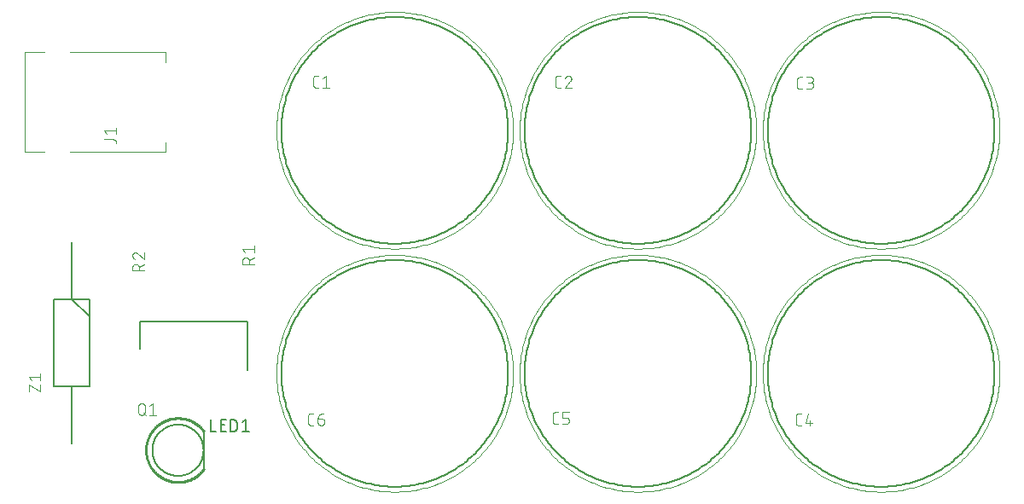
<source format=gbr>
G04 EAGLE Gerber RS-274X export*
G75*
%MOMM*%
%FSLAX34Y34*%
%LPD*%
%INSilkscreen Top*%
%IPPOS*%
%AMOC8*
5,1,8,0,0,1.08239X$1,22.5*%
G01*
%ADD10C,0.050000*%
%ADD11C,0.200000*%
%ADD12C,0.101600*%
%ADD13C,0.100000*%
%ADD14C,0.203200*%
%ADD15C,0.254000*%
%ADD16C,0.152400*%
%ADD17C,0.127000*%


D10*
X262700Y368300D02*
X262735Y371184D01*
X262842Y374065D01*
X263018Y376944D01*
X263266Y379817D01*
X263584Y382683D01*
X263972Y385541D01*
X264430Y388388D01*
X264958Y391223D01*
X265555Y394044D01*
X266221Y396850D01*
X266956Y399639D01*
X267760Y402408D01*
X268630Y405158D01*
X269569Y407885D01*
X270573Y410588D01*
X271644Y413265D01*
X272780Y415916D01*
X273981Y418538D01*
X275246Y421129D01*
X276574Y423689D01*
X277965Y426216D01*
X279417Y428707D01*
X280930Y431162D01*
X282502Y433580D01*
X284134Y435957D01*
X285823Y438295D01*
X287569Y440590D01*
X289371Y442841D01*
X291228Y445048D01*
X293138Y447208D01*
X295101Y449321D01*
X297115Y451385D01*
X299179Y453399D01*
X301292Y455362D01*
X303452Y457272D01*
X305659Y459129D01*
X307910Y460931D01*
X310205Y462677D01*
X312543Y464366D01*
X314920Y465998D01*
X317338Y467570D01*
X319793Y469083D01*
X322284Y470535D01*
X324811Y471926D01*
X327371Y473254D01*
X329962Y474519D01*
X332584Y475720D01*
X335235Y476856D01*
X337912Y477927D01*
X340615Y478931D01*
X343342Y479870D01*
X346092Y480740D01*
X348861Y481544D01*
X351650Y482279D01*
X354456Y482945D01*
X357277Y483542D01*
X360112Y484070D01*
X362959Y484528D01*
X365817Y484916D01*
X368683Y485234D01*
X371556Y485482D01*
X374435Y485658D01*
X377316Y485765D01*
X380200Y485800D01*
X383084Y485765D01*
X385965Y485658D01*
X388844Y485482D01*
X391717Y485234D01*
X394583Y484916D01*
X397441Y484528D01*
X400288Y484070D01*
X403123Y483542D01*
X405944Y482945D01*
X408750Y482279D01*
X411539Y481544D01*
X414308Y480740D01*
X417058Y479870D01*
X419785Y478931D01*
X422488Y477927D01*
X425165Y476856D01*
X427816Y475720D01*
X430438Y474519D01*
X433029Y473254D01*
X435589Y471926D01*
X438116Y470535D01*
X440607Y469083D01*
X443062Y467570D01*
X445480Y465998D01*
X447857Y464366D01*
X450195Y462677D01*
X452490Y460931D01*
X454741Y459129D01*
X456948Y457272D01*
X459108Y455362D01*
X461221Y453399D01*
X463285Y451385D01*
X465299Y449321D01*
X467262Y447208D01*
X469172Y445048D01*
X471029Y442841D01*
X472831Y440590D01*
X474577Y438295D01*
X476266Y435957D01*
X477898Y433580D01*
X479470Y431162D01*
X480983Y428707D01*
X482435Y426216D01*
X483826Y423689D01*
X485154Y421129D01*
X486419Y418538D01*
X487620Y415916D01*
X488756Y413265D01*
X489827Y410588D01*
X490831Y407885D01*
X491770Y405158D01*
X492640Y402408D01*
X493444Y399639D01*
X494179Y396850D01*
X494845Y394044D01*
X495442Y391223D01*
X495970Y388388D01*
X496428Y385541D01*
X496816Y382683D01*
X497134Y379817D01*
X497382Y376944D01*
X497558Y374065D01*
X497665Y371184D01*
X497700Y368300D01*
X497665Y365416D01*
X497558Y362535D01*
X497382Y359656D01*
X497134Y356783D01*
X496816Y353917D01*
X496428Y351059D01*
X495970Y348212D01*
X495442Y345377D01*
X494845Y342556D01*
X494179Y339750D01*
X493444Y336961D01*
X492640Y334192D01*
X491770Y331442D01*
X490831Y328715D01*
X489827Y326012D01*
X488756Y323335D01*
X487620Y320684D01*
X486419Y318062D01*
X485154Y315471D01*
X483826Y312911D01*
X482435Y310384D01*
X480983Y307893D01*
X479470Y305438D01*
X477898Y303020D01*
X476266Y300643D01*
X474577Y298305D01*
X472831Y296010D01*
X471029Y293759D01*
X469172Y291552D01*
X467262Y289392D01*
X465299Y287279D01*
X463285Y285215D01*
X461221Y283201D01*
X459108Y281238D01*
X456948Y279328D01*
X454741Y277471D01*
X452490Y275669D01*
X450195Y273923D01*
X447857Y272234D01*
X445480Y270602D01*
X443062Y269030D01*
X440607Y267517D01*
X438116Y266065D01*
X435589Y264674D01*
X433029Y263346D01*
X430438Y262081D01*
X427816Y260880D01*
X425165Y259744D01*
X422488Y258673D01*
X419785Y257669D01*
X417058Y256730D01*
X414308Y255860D01*
X411539Y255056D01*
X408750Y254321D01*
X405944Y253655D01*
X403123Y253058D01*
X400288Y252530D01*
X397441Y252072D01*
X394583Y251684D01*
X391717Y251366D01*
X388844Y251118D01*
X385965Y250942D01*
X383084Y250835D01*
X380200Y250800D01*
X377316Y250835D01*
X374435Y250942D01*
X371556Y251118D01*
X368683Y251366D01*
X365817Y251684D01*
X362959Y252072D01*
X360112Y252530D01*
X357277Y253058D01*
X354456Y253655D01*
X351650Y254321D01*
X348861Y255056D01*
X346092Y255860D01*
X343342Y256730D01*
X340615Y257669D01*
X337912Y258673D01*
X335235Y259744D01*
X332584Y260880D01*
X329962Y262081D01*
X327371Y263346D01*
X324811Y264674D01*
X322284Y266065D01*
X319793Y267517D01*
X317338Y269030D01*
X314920Y270602D01*
X312543Y272234D01*
X310205Y273923D01*
X307910Y275669D01*
X305659Y277471D01*
X303452Y279328D01*
X301292Y281238D01*
X299179Y283201D01*
X297115Y285215D01*
X295101Y287279D01*
X293138Y289392D01*
X291228Y291552D01*
X289371Y293759D01*
X287569Y296010D01*
X285823Y298305D01*
X284134Y300643D01*
X282502Y303020D01*
X280930Y305438D01*
X279417Y307893D01*
X277965Y310384D01*
X276574Y312911D01*
X275246Y315471D01*
X273981Y318062D01*
X272780Y320684D01*
X271644Y323335D01*
X270573Y326012D01*
X269569Y328715D01*
X268630Y331442D01*
X267760Y334192D01*
X266956Y336961D01*
X266221Y339750D01*
X265555Y342556D01*
X264958Y345377D01*
X264430Y348212D01*
X263972Y351059D01*
X263584Y353917D01*
X263266Y356783D01*
X263018Y359656D01*
X262842Y362535D01*
X262735Y365416D01*
X262700Y368300D01*
D11*
X267700Y368300D02*
X267734Y371061D01*
X267836Y373820D01*
X268005Y376576D01*
X268242Y379327D01*
X268546Y382071D01*
X268918Y384807D01*
X269356Y387533D01*
X269862Y390248D01*
X270434Y392949D01*
X271071Y395635D01*
X271775Y398305D01*
X272544Y400957D01*
X273378Y403589D01*
X274276Y406200D01*
X275238Y408788D01*
X276264Y411352D01*
X277351Y413890D01*
X278501Y416400D01*
X279712Y418881D01*
X280984Y421332D01*
X282315Y423751D01*
X283706Y426137D01*
X285154Y428487D01*
X286660Y430802D01*
X288222Y433078D01*
X289839Y435316D01*
X291511Y437514D01*
X293236Y439669D01*
X295014Y441782D01*
X296843Y443850D01*
X298722Y445873D01*
X300650Y447850D01*
X302627Y449778D01*
X304650Y451657D01*
X306718Y453486D01*
X308831Y455264D01*
X310986Y456989D01*
X313184Y458661D01*
X315422Y460278D01*
X317698Y461840D01*
X320013Y463346D01*
X322363Y464794D01*
X324749Y466185D01*
X327168Y467516D01*
X329619Y468788D01*
X332100Y469999D01*
X334610Y471149D01*
X337148Y472236D01*
X339712Y473262D01*
X342300Y474224D01*
X344911Y475122D01*
X347543Y475956D01*
X350195Y476725D01*
X352865Y477429D01*
X355551Y478066D01*
X358252Y478638D01*
X360967Y479144D01*
X363693Y479582D01*
X366429Y479954D01*
X369173Y480258D01*
X371924Y480495D01*
X374680Y480664D01*
X377439Y480766D01*
X380200Y480800D01*
X382961Y480766D01*
X385720Y480664D01*
X388476Y480495D01*
X391227Y480258D01*
X393971Y479954D01*
X396707Y479582D01*
X399433Y479144D01*
X402148Y478638D01*
X404849Y478066D01*
X407535Y477429D01*
X410205Y476725D01*
X412857Y475956D01*
X415489Y475122D01*
X418100Y474224D01*
X420688Y473262D01*
X423252Y472236D01*
X425790Y471149D01*
X428300Y469999D01*
X430781Y468788D01*
X433232Y467516D01*
X435651Y466185D01*
X438037Y464794D01*
X440387Y463346D01*
X442702Y461840D01*
X444978Y460278D01*
X447216Y458661D01*
X449414Y456989D01*
X451569Y455264D01*
X453682Y453486D01*
X455750Y451657D01*
X457773Y449778D01*
X459750Y447850D01*
X461678Y445873D01*
X463557Y443850D01*
X465386Y441782D01*
X467164Y439669D01*
X468889Y437514D01*
X470561Y435316D01*
X472178Y433078D01*
X473740Y430802D01*
X475246Y428487D01*
X476694Y426137D01*
X478085Y423751D01*
X479416Y421332D01*
X480688Y418881D01*
X481899Y416400D01*
X483049Y413890D01*
X484136Y411352D01*
X485162Y408788D01*
X486124Y406200D01*
X487022Y403589D01*
X487856Y400957D01*
X488625Y398305D01*
X489329Y395635D01*
X489966Y392949D01*
X490538Y390248D01*
X491044Y387533D01*
X491482Y384807D01*
X491854Y382071D01*
X492158Y379327D01*
X492395Y376576D01*
X492564Y373820D01*
X492666Y371061D01*
X492700Y368300D01*
X492666Y365539D01*
X492564Y362780D01*
X492395Y360024D01*
X492158Y357273D01*
X491854Y354529D01*
X491482Y351793D01*
X491044Y349067D01*
X490538Y346352D01*
X489966Y343651D01*
X489329Y340965D01*
X488625Y338295D01*
X487856Y335643D01*
X487022Y333011D01*
X486124Y330400D01*
X485162Y327812D01*
X484136Y325248D01*
X483049Y322710D01*
X481899Y320200D01*
X480688Y317719D01*
X479416Y315268D01*
X478085Y312849D01*
X476694Y310463D01*
X475246Y308113D01*
X473740Y305798D01*
X472178Y303522D01*
X470561Y301284D01*
X468889Y299086D01*
X467164Y296931D01*
X465386Y294818D01*
X463557Y292750D01*
X461678Y290727D01*
X459750Y288750D01*
X457773Y286822D01*
X455750Y284943D01*
X453682Y283114D01*
X451569Y281336D01*
X449414Y279611D01*
X447216Y277939D01*
X444978Y276322D01*
X442702Y274760D01*
X440387Y273254D01*
X438037Y271806D01*
X435651Y270415D01*
X433232Y269084D01*
X430781Y267812D01*
X428300Y266601D01*
X425790Y265451D01*
X423252Y264364D01*
X420688Y263338D01*
X418100Y262376D01*
X415489Y261478D01*
X412857Y260644D01*
X410205Y259875D01*
X407535Y259171D01*
X404849Y258534D01*
X402148Y257962D01*
X399433Y257456D01*
X396707Y257018D01*
X393971Y256646D01*
X391227Y256342D01*
X388476Y256105D01*
X385720Y255936D01*
X382961Y255834D01*
X380200Y255800D01*
X377439Y255834D01*
X374680Y255936D01*
X371924Y256105D01*
X369173Y256342D01*
X366429Y256646D01*
X363693Y257018D01*
X360967Y257456D01*
X358252Y257962D01*
X355551Y258534D01*
X352865Y259171D01*
X350195Y259875D01*
X347543Y260644D01*
X344911Y261478D01*
X342300Y262376D01*
X339712Y263338D01*
X337148Y264364D01*
X334610Y265451D01*
X332100Y266601D01*
X329619Y267812D01*
X327168Y269084D01*
X324749Y270415D01*
X322363Y271806D01*
X320013Y273254D01*
X317698Y274760D01*
X315422Y276322D01*
X313184Y277939D01*
X310986Y279611D01*
X308831Y281336D01*
X306718Y283114D01*
X304650Y284943D01*
X302627Y286822D01*
X300650Y288750D01*
X298722Y290727D01*
X296843Y292750D01*
X295014Y294818D01*
X293236Y296931D01*
X291511Y299086D01*
X289839Y301284D01*
X288222Y303522D01*
X286660Y305798D01*
X285154Y308113D01*
X283706Y310463D01*
X282315Y312849D01*
X280984Y315268D01*
X279712Y317719D01*
X278501Y320200D01*
X277351Y322710D01*
X276264Y325248D01*
X275238Y327812D01*
X274276Y330400D01*
X273378Y333011D01*
X272544Y335643D01*
X271775Y338295D01*
X271071Y340965D01*
X270434Y343651D01*
X269862Y346352D01*
X269356Y349067D01*
X268918Y351793D01*
X268546Y354529D01*
X268242Y357273D01*
X268005Y360024D01*
X267836Y362780D01*
X267734Y365539D01*
X267700Y368300D01*
D12*
X301912Y410718D02*
X304508Y410718D01*
X301912Y410718D02*
X301813Y410720D01*
X301713Y410726D01*
X301614Y410735D01*
X301516Y410748D01*
X301418Y410765D01*
X301320Y410786D01*
X301224Y410811D01*
X301129Y410839D01*
X301035Y410871D01*
X300942Y410906D01*
X300850Y410945D01*
X300760Y410988D01*
X300672Y411033D01*
X300585Y411083D01*
X300501Y411135D01*
X300418Y411191D01*
X300338Y411249D01*
X300260Y411311D01*
X300185Y411376D01*
X300112Y411444D01*
X300042Y411514D01*
X299974Y411587D01*
X299909Y411662D01*
X299847Y411740D01*
X299789Y411820D01*
X299733Y411903D01*
X299681Y411987D01*
X299631Y412074D01*
X299586Y412162D01*
X299543Y412252D01*
X299504Y412344D01*
X299469Y412437D01*
X299437Y412531D01*
X299409Y412626D01*
X299384Y412722D01*
X299363Y412820D01*
X299346Y412918D01*
X299333Y413016D01*
X299324Y413115D01*
X299318Y413215D01*
X299316Y413314D01*
X299315Y413314D02*
X299315Y419806D01*
X299316Y419806D02*
X299318Y419905D01*
X299324Y420005D01*
X299333Y420104D01*
X299346Y420202D01*
X299363Y420300D01*
X299384Y420398D01*
X299409Y420494D01*
X299437Y420589D01*
X299469Y420683D01*
X299504Y420776D01*
X299543Y420868D01*
X299586Y420958D01*
X299631Y421046D01*
X299681Y421133D01*
X299733Y421217D01*
X299789Y421300D01*
X299847Y421380D01*
X299909Y421458D01*
X299974Y421533D01*
X300042Y421606D01*
X300112Y421676D01*
X300185Y421744D01*
X300260Y421809D01*
X300338Y421871D01*
X300418Y421929D01*
X300501Y421985D01*
X300585Y422037D01*
X300672Y422087D01*
X300760Y422132D01*
X300850Y422175D01*
X300942Y422214D01*
X301034Y422249D01*
X301129Y422281D01*
X301224Y422309D01*
X301320Y422334D01*
X301418Y422355D01*
X301516Y422372D01*
X301614Y422385D01*
X301713Y422394D01*
X301813Y422400D01*
X301912Y422402D01*
X304508Y422402D01*
X308874Y419806D02*
X312119Y422402D01*
X312119Y410718D01*
X308874Y410718D02*
X315365Y410718D01*
D10*
X504000Y368300D02*
X504035Y371184D01*
X504142Y374065D01*
X504318Y376944D01*
X504566Y379817D01*
X504884Y382683D01*
X505272Y385541D01*
X505730Y388388D01*
X506258Y391223D01*
X506855Y394044D01*
X507521Y396850D01*
X508256Y399639D01*
X509060Y402408D01*
X509930Y405158D01*
X510869Y407885D01*
X511873Y410588D01*
X512944Y413265D01*
X514080Y415916D01*
X515281Y418538D01*
X516546Y421129D01*
X517874Y423689D01*
X519265Y426216D01*
X520717Y428707D01*
X522230Y431162D01*
X523802Y433580D01*
X525434Y435957D01*
X527123Y438295D01*
X528869Y440590D01*
X530671Y442841D01*
X532528Y445048D01*
X534438Y447208D01*
X536401Y449321D01*
X538415Y451385D01*
X540479Y453399D01*
X542592Y455362D01*
X544752Y457272D01*
X546959Y459129D01*
X549210Y460931D01*
X551505Y462677D01*
X553843Y464366D01*
X556220Y465998D01*
X558638Y467570D01*
X561093Y469083D01*
X563584Y470535D01*
X566111Y471926D01*
X568671Y473254D01*
X571262Y474519D01*
X573884Y475720D01*
X576535Y476856D01*
X579212Y477927D01*
X581915Y478931D01*
X584642Y479870D01*
X587392Y480740D01*
X590161Y481544D01*
X592950Y482279D01*
X595756Y482945D01*
X598577Y483542D01*
X601412Y484070D01*
X604259Y484528D01*
X607117Y484916D01*
X609983Y485234D01*
X612856Y485482D01*
X615735Y485658D01*
X618616Y485765D01*
X621500Y485800D01*
X624384Y485765D01*
X627265Y485658D01*
X630144Y485482D01*
X633017Y485234D01*
X635883Y484916D01*
X638741Y484528D01*
X641588Y484070D01*
X644423Y483542D01*
X647244Y482945D01*
X650050Y482279D01*
X652839Y481544D01*
X655608Y480740D01*
X658358Y479870D01*
X661085Y478931D01*
X663788Y477927D01*
X666465Y476856D01*
X669116Y475720D01*
X671738Y474519D01*
X674329Y473254D01*
X676889Y471926D01*
X679416Y470535D01*
X681907Y469083D01*
X684362Y467570D01*
X686780Y465998D01*
X689157Y464366D01*
X691495Y462677D01*
X693790Y460931D01*
X696041Y459129D01*
X698248Y457272D01*
X700408Y455362D01*
X702521Y453399D01*
X704585Y451385D01*
X706599Y449321D01*
X708562Y447208D01*
X710472Y445048D01*
X712329Y442841D01*
X714131Y440590D01*
X715877Y438295D01*
X717566Y435957D01*
X719198Y433580D01*
X720770Y431162D01*
X722283Y428707D01*
X723735Y426216D01*
X725126Y423689D01*
X726454Y421129D01*
X727719Y418538D01*
X728920Y415916D01*
X730056Y413265D01*
X731127Y410588D01*
X732131Y407885D01*
X733070Y405158D01*
X733940Y402408D01*
X734744Y399639D01*
X735479Y396850D01*
X736145Y394044D01*
X736742Y391223D01*
X737270Y388388D01*
X737728Y385541D01*
X738116Y382683D01*
X738434Y379817D01*
X738682Y376944D01*
X738858Y374065D01*
X738965Y371184D01*
X739000Y368300D01*
X738965Y365416D01*
X738858Y362535D01*
X738682Y359656D01*
X738434Y356783D01*
X738116Y353917D01*
X737728Y351059D01*
X737270Y348212D01*
X736742Y345377D01*
X736145Y342556D01*
X735479Y339750D01*
X734744Y336961D01*
X733940Y334192D01*
X733070Y331442D01*
X732131Y328715D01*
X731127Y326012D01*
X730056Y323335D01*
X728920Y320684D01*
X727719Y318062D01*
X726454Y315471D01*
X725126Y312911D01*
X723735Y310384D01*
X722283Y307893D01*
X720770Y305438D01*
X719198Y303020D01*
X717566Y300643D01*
X715877Y298305D01*
X714131Y296010D01*
X712329Y293759D01*
X710472Y291552D01*
X708562Y289392D01*
X706599Y287279D01*
X704585Y285215D01*
X702521Y283201D01*
X700408Y281238D01*
X698248Y279328D01*
X696041Y277471D01*
X693790Y275669D01*
X691495Y273923D01*
X689157Y272234D01*
X686780Y270602D01*
X684362Y269030D01*
X681907Y267517D01*
X679416Y266065D01*
X676889Y264674D01*
X674329Y263346D01*
X671738Y262081D01*
X669116Y260880D01*
X666465Y259744D01*
X663788Y258673D01*
X661085Y257669D01*
X658358Y256730D01*
X655608Y255860D01*
X652839Y255056D01*
X650050Y254321D01*
X647244Y253655D01*
X644423Y253058D01*
X641588Y252530D01*
X638741Y252072D01*
X635883Y251684D01*
X633017Y251366D01*
X630144Y251118D01*
X627265Y250942D01*
X624384Y250835D01*
X621500Y250800D01*
X618616Y250835D01*
X615735Y250942D01*
X612856Y251118D01*
X609983Y251366D01*
X607117Y251684D01*
X604259Y252072D01*
X601412Y252530D01*
X598577Y253058D01*
X595756Y253655D01*
X592950Y254321D01*
X590161Y255056D01*
X587392Y255860D01*
X584642Y256730D01*
X581915Y257669D01*
X579212Y258673D01*
X576535Y259744D01*
X573884Y260880D01*
X571262Y262081D01*
X568671Y263346D01*
X566111Y264674D01*
X563584Y266065D01*
X561093Y267517D01*
X558638Y269030D01*
X556220Y270602D01*
X553843Y272234D01*
X551505Y273923D01*
X549210Y275669D01*
X546959Y277471D01*
X544752Y279328D01*
X542592Y281238D01*
X540479Y283201D01*
X538415Y285215D01*
X536401Y287279D01*
X534438Y289392D01*
X532528Y291552D01*
X530671Y293759D01*
X528869Y296010D01*
X527123Y298305D01*
X525434Y300643D01*
X523802Y303020D01*
X522230Y305438D01*
X520717Y307893D01*
X519265Y310384D01*
X517874Y312911D01*
X516546Y315471D01*
X515281Y318062D01*
X514080Y320684D01*
X512944Y323335D01*
X511873Y326012D01*
X510869Y328715D01*
X509930Y331442D01*
X509060Y334192D01*
X508256Y336961D01*
X507521Y339750D01*
X506855Y342556D01*
X506258Y345377D01*
X505730Y348212D01*
X505272Y351059D01*
X504884Y353917D01*
X504566Y356783D01*
X504318Y359656D01*
X504142Y362535D01*
X504035Y365416D01*
X504000Y368300D01*
D11*
X509000Y368300D02*
X509034Y371061D01*
X509136Y373820D01*
X509305Y376576D01*
X509542Y379327D01*
X509846Y382071D01*
X510218Y384807D01*
X510656Y387533D01*
X511162Y390248D01*
X511734Y392949D01*
X512371Y395635D01*
X513075Y398305D01*
X513844Y400957D01*
X514678Y403589D01*
X515576Y406200D01*
X516538Y408788D01*
X517564Y411352D01*
X518651Y413890D01*
X519801Y416400D01*
X521012Y418881D01*
X522284Y421332D01*
X523615Y423751D01*
X525006Y426137D01*
X526454Y428487D01*
X527960Y430802D01*
X529522Y433078D01*
X531139Y435316D01*
X532811Y437514D01*
X534536Y439669D01*
X536314Y441782D01*
X538143Y443850D01*
X540022Y445873D01*
X541950Y447850D01*
X543927Y449778D01*
X545950Y451657D01*
X548018Y453486D01*
X550131Y455264D01*
X552286Y456989D01*
X554484Y458661D01*
X556722Y460278D01*
X558998Y461840D01*
X561313Y463346D01*
X563663Y464794D01*
X566049Y466185D01*
X568468Y467516D01*
X570919Y468788D01*
X573400Y469999D01*
X575910Y471149D01*
X578448Y472236D01*
X581012Y473262D01*
X583600Y474224D01*
X586211Y475122D01*
X588843Y475956D01*
X591495Y476725D01*
X594165Y477429D01*
X596851Y478066D01*
X599552Y478638D01*
X602267Y479144D01*
X604993Y479582D01*
X607729Y479954D01*
X610473Y480258D01*
X613224Y480495D01*
X615980Y480664D01*
X618739Y480766D01*
X621500Y480800D01*
X624261Y480766D01*
X627020Y480664D01*
X629776Y480495D01*
X632527Y480258D01*
X635271Y479954D01*
X638007Y479582D01*
X640733Y479144D01*
X643448Y478638D01*
X646149Y478066D01*
X648835Y477429D01*
X651505Y476725D01*
X654157Y475956D01*
X656789Y475122D01*
X659400Y474224D01*
X661988Y473262D01*
X664552Y472236D01*
X667090Y471149D01*
X669600Y469999D01*
X672081Y468788D01*
X674532Y467516D01*
X676951Y466185D01*
X679337Y464794D01*
X681687Y463346D01*
X684002Y461840D01*
X686278Y460278D01*
X688516Y458661D01*
X690714Y456989D01*
X692869Y455264D01*
X694982Y453486D01*
X697050Y451657D01*
X699073Y449778D01*
X701050Y447850D01*
X702978Y445873D01*
X704857Y443850D01*
X706686Y441782D01*
X708464Y439669D01*
X710189Y437514D01*
X711861Y435316D01*
X713478Y433078D01*
X715040Y430802D01*
X716546Y428487D01*
X717994Y426137D01*
X719385Y423751D01*
X720716Y421332D01*
X721988Y418881D01*
X723199Y416400D01*
X724349Y413890D01*
X725436Y411352D01*
X726462Y408788D01*
X727424Y406200D01*
X728322Y403589D01*
X729156Y400957D01*
X729925Y398305D01*
X730629Y395635D01*
X731266Y392949D01*
X731838Y390248D01*
X732344Y387533D01*
X732782Y384807D01*
X733154Y382071D01*
X733458Y379327D01*
X733695Y376576D01*
X733864Y373820D01*
X733966Y371061D01*
X734000Y368300D01*
X733966Y365539D01*
X733864Y362780D01*
X733695Y360024D01*
X733458Y357273D01*
X733154Y354529D01*
X732782Y351793D01*
X732344Y349067D01*
X731838Y346352D01*
X731266Y343651D01*
X730629Y340965D01*
X729925Y338295D01*
X729156Y335643D01*
X728322Y333011D01*
X727424Y330400D01*
X726462Y327812D01*
X725436Y325248D01*
X724349Y322710D01*
X723199Y320200D01*
X721988Y317719D01*
X720716Y315268D01*
X719385Y312849D01*
X717994Y310463D01*
X716546Y308113D01*
X715040Y305798D01*
X713478Y303522D01*
X711861Y301284D01*
X710189Y299086D01*
X708464Y296931D01*
X706686Y294818D01*
X704857Y292750D01*
X702978Y290727D01*
X701050Y288750D01*
X699073Y286822D01*
X697050Y284943D01*
X694982Y283114D01*
X692869Y281336D01*
X690714Y279611D01*
X688516Y277939D01*
X686278Y276322D01*
X684002Y274760D01*
X681687Y273254D01*
X679337Y271806D01*
X676951Y270415D01*
X674532Y269084D01*
X672081Y267812D01*
X669600Y266601D01*
X667090Y265451D01*
X664552Y264364D01*
X661988Y263338D01*
X659400Y262376D01*
X656789Y261478D01*
X654157Y260644D01*
X651505Y259875D01*
X648835Y259171D01*
X646149Y258534D01*
X643448Y257962D01*
X640733Y257456D01*
X638007Y257018D01*
X635271Y256646D01*
X632527Y256342D01*
X629776Y256105D01*
X627020Y255936D01*
X624261Y255834D01*
X621500Y255800D01*
X618739Y255834D01*
X615980Y255936D01*
X613224Y256105D01*
X610473Y256342D01*
X607729Y256646D01*
X604993Y257018D01*
X602267Y257456D01*
X599552Y257962D01*
X596851Y258534D01*
X594165Y259171D01*
X591495Y259875D01*
X588843Y260644D01*
X586211Y261478D01*
X583600Y262376D01*
X581012Y263338D01*
X578448Y264364D01*
X575910Y265451D01*
X573400Y266601D01*
X570919Y267812D01*
X568468Y269084D01*
X566049Y270415D01*
X563663Y271806D01*
X561313Y273254D01*
X558998Y274760D01*
X556722Y276322D01*
X554484Y277939D01*
X552286Y279611D01*
X550131Y281336D01*
X548018Y283114D01*
X545950Y284943D01*
X543927Y286822D01*
X541950Y288750D01*
X540022Y290727D01*
X538143Y292750D01*
X536314Y294818D01*
X534536Y296931D01*
X532811Y299086D01*
X531139Y301284D01*
X529522Y303522D01*
X527960Y305798D01*
X526454Y308113D01*
X525006Y310463D01*
X523615Y312849D01*
X522284Y315268D01*
X521012Y317719D01*
X519801Y320200D01*
X518651Y322710D01*
X517564Y325248D01*
X516538Y327812D01*
X515576Y330400D01*
X514678Y333011D01*
X513844Y335643D01*
X513075Y338295D01*
X512371Y340965D01*
X511734Y343651D01*
X511162Y346352D01*
X510656Y349067D01*
X510218Y351793D01*
X509846Y354529D01*
X509542Y357273D01*
X509305Y360024D01*
X509136Y362780D01*
X509034Y365539D01*
X509000Y368300D01*
D12*
X541942Y410718D02*
X544538Y410718D01*
X541942Y410718D02*
X541843Y410720D01*
X541743Y410726D01*
X541644Y410735D01*
X541546Y410748D01*
X541448Y410765D01*
X541350Y410786D01*
X541254Y410811D01*
X541159Y410839D01*
X541065Y410871D01*
X540972Y410906D01*
X540880Y410945D01*
X540790Y410988D01*
X540702Y411033D01*
X540615Y411083D01*
X540531Y411135D01*
X540448Y411191D01*
X540368Y411249D01*
X540290Y411311D01*
X540215Y411376D01*
X540142Y411444D01*
X540072Y411514D01*
X540004Y411587D01*
X539939Y411662D01*
X539877Y411740D01*
X539819Y411820D01*
X539763Y411903D01*
X539711Y411987D01*
X539661Y412074D01*
X539616Y412162D01*
X539573Y412252D01*
X539534Y412344D01*
X539499Y412437D01*
X539467Y412531D01*
X539439Y412626D01*
X539414Y412722D01*
X539393Y412820D01*
X539376Y412918D01*
X539363Y413016D01*
X539354Y413115D01*
X539348Y413215D01*
X539346Y413314D01*
X539345Y413314D02*
X539345Y419806D01*
X539346Y419806D02*
X539348Y419905D01*
X539354Y420005D01*
X539363Y420104D01*
X539376Y420202D01*
X539393Y420300D01*
X539414Y420398D01*
X539439Y420494D01*
X539467Y420589D01*
X539499Y420683D01*
X539534Y420776D01*
X539573Y420868D01*
X539616Y420958D01*
X539661Y421046D01*
X539711Y421133D01*
X539763Y421217D01*
X539819Y421300D01*
X539877Y421380D01*
X539939Y421458D01*
X540004Y421533D01*
X540072Y421606D01*
X540142Y421676D01*
X540215Y421744D01*
X540290Y421809D01*
X540368Y421871D01*
X540448Y421929D01*
X540531Y421985D01*
X540615Y422037D01*
X540702Y422087D01*
X540790Y422132D01*
X540880Y422175D01*
X540972Y422214D01*
X541064Y422249D01*
X541159Y422281D01*
X541254Y422309D01*
X541350Y422334D01*
X541448Y422355D01*
X541546Y422372D01*
X541644Y422385D01*
X541743Y422394D01*
X541843Y422400D01*
X541942Y422402D01*
X544538Y422402D01*
X552474Y422402D02*
X552581Y422400D01*
X552687Y422394D01*
X552793Y422384D01*
X552899Y422371D01*
X553005Y422353D01*
X553109Y422332D01*
X553213Y422307D01*
X553316Y422278D01*
X553417Y422246D01*
X553517Y422209D01*
X553616Y422169D01*
X553714Y422126D01*
X553810Y422079D01*
X553904Y422028D01*
X553996Y421974D01*
X554086Y421917D01*
X554174Y421857D01*
X554259Y421793D01*
X554342Y421726D01*
X554423Y421656D01*
X554501Y421584D01*
X554577Y421508D01*
X554649Y421430D01*
X554719Y421349D01*
X554786Y421266D01*
X554850Y421181D01*
X554910Y421093D01*
X554967Y421003D01*
X555021Y420911D01*
X555072Y420817D01*
X555119Y420721D01*
X555162Y420623D01*
X555202Y420524D01*
X555239Y420424D01*
X555271Y420323D01*
X555300Y420220D01*
X555325Y420116D01*
X555346Y420012D01*
X555364Y419906D01*
X555377Y419800D01*
X555387Y419694D01*
X555393Y419588D01*
X555395Y419481D01*
X552474Y422402D02*
X552353Y422400D01*
X552232Y422394D01*
X552112Y422384D01*
X551991Y422371D01*
X551872Y422353D01*
X551752Y422332D01*
X551634Y422307D01*
X551517Y422278D01*
X551400Y422245D01*
X551285Y422209D01*
X551171Y422168D01*
X551058Y422125D01*
X550946Y422077D01*
X550837Y422026D01*
X550729Y421971D01*
X550622Y421913D01*
X550518Y421852D01*
X550416Y421787D01*
X550316Y421719D01*
X550218Y421648D01*
X550122Y421574D01*
X550029Y421497D01*
X549939Y421416D01*
X549851Y421333D01*
X549766Y421247D01*
X549683Y421158D01*
X549604Y421067D01*
X549527Y420973D01*
X549454Y420877D01*
X549384Y420779D01*
X549317Y420678D01*
X549253Y420575D01*
X549193Y420470D01*
X549136Y420363D01*
X549082Y420255D01*
X549032Y420145D01*
X548986Y420033D01*
X548943Y419920D01*
X548904Y419805D01*
X554421Y417209D02*
X554500Y417286D01*
X554576Y417367D01*
X554649Y417450D01*
X554719Y417535D01*
X554786Y417623D01*
X554850Y417713D01*
X554910Y417805D01*
X554967Y417900D01*
X555021Y417996D01*
X555072Y418094D01*
X555119Y418194D01*
X555163Y418296D01*
X555203Y418399D01*
X555239Y418503D01*
X555271Y418609D01*
X555300Y418715D01*
X555325Y418823D01*
X555347Y418931D01*
X555364Y419041D01*
X555378Y419150D01*
X555387Y419260D01*
X555393Y419371D01*
X555395Y419481D01*
X554421Y417209D02*
X548904Y410718D01*
X555395Y410718D01*
D10*
X745300Y368300D02*
X745335Y371184D01*
X745442Y374065D01*
X745618Y376944D01*
X745866Y379817D01*
X746184Y382683D01*
X746572Y385541D01*
X747030Y388388D01*
X747558Y391223D01*
X748155Y394044D01*
X748821Y396850D01*
X749556Y399639D01*
X750360Y402408D01*
X751230Y405158D01*
X752169Y407885D01*
X753173Y410588D01*
X754244Y413265D01*
X755380Y415916D01*
X756581Y418538D01*
X757846Y421129D01*
X759174Y423689D01*
X760565Y426216D01*
X762017Y428707D01*
X763530Y431162D01*
X765102Y433580D01*
X766734Y435957D01*
X768423Y438295D01*
X770169Y440590D01*
X771971Y442841D01*
X773828Y445048D01*
X775738Y447208D01*
X777701Y449321D01*
X779715Y451385D01*
X781779Y453399D01*
X783892Y455362D01*
X786052Y457272D01*
X788259Y459129D01*
X790510Y460931D01*
X792805Y462677D01*
X795143Y464366D01*
X797520Y465998D01*
X799938Y467570D01*
X802393Y469083D01*
X804884Y470535D01*
X807411Y471926D01*
X809971Y473254D01*
X812562Y474519D01*
X815184Y475720D01*
X817835Y476856D01*
X820512Y477927D01*
X823215Y478931D01*
X825942Y479870D01*
X828692Y480740D01*
X831461Y481544D01*
X834250Y482279D01*
X837056Y482945D01*
X839877Y483542D01*
X842712Y484070D01*
X845559Y484528D01*
X848417Y484916D01*
X851283Y485234D01*
X854156Y485482D01*
X857035Y485658D01*
X859916Y485765D01*
X862800Y485800D01*
X865684Y485765D01*
X868565Y485658D01*
X871444Y485482D01*
X874317Y485234D01*
X877183Y484916D01*
X880041Y484528D01*
X882888Y484070D01*
X885723Y483542D01*
X888544Y482945D01*
X891350Y482279D01*
X894139Y481544D01*
X896908Y480740D01*
X899658Y479870D01*
X902385Y478931D01*
X905088Y477927D01*
X907765Y476856D01*
X910416Y475720D01*
X913038Y474519D01*
X915629Y473254D01*
X918189Y471926D01*
X920716Y470535D01*
X923207Y469083D01*
X925662Y467570D01*
X928080Y465998D01*
X930457Y464366D01*
X932795Y462677D01*
X935090Y460931D01*
X937341Y459129D01*
X939548Y457272D01*
X941708Y455362D01*
X943821Y453399D01*
X945885Y451385D01*
X947899Y449321D01*
X949862Y447208D01*
X951772Y445048D01*
X953629Y442841D01*
X955431Y440590D01*
X957177Y438295D01*
X958866Y435957D01*
X960498Y433580D01*
X962070Y431162D01*
X963583Y428707D01*
X965035Y426216D01*
X966426Y423689D01*
X967754Y421129D01*
X969019Y418538D01*
X970220Y415916D01*
X971356Y413265D01*
X972427Y410588D01*
X973431Y407885D01*
X974370Y405158D01*
X975240Y402408D01*
X976044Y399639D01*
X976779Y396850D01*
X977445Y394044D01*
X978042Y391223D01*
X978570Y388388D01*
X979028Y385541D01*
X979416Y382683D01*
X979734Y379817D01*
X979982Y376944D01*
X980158Y374065D01*
X980265Y371184D01*
X980300Y368300D01*
X980265Y365416D01*
X980158Y362535D01*
X979982Y359656D01*
X979734Y356783D01*
X979416Y353917D01*
X979028Y351059D01*
X978570Y348212D01*
X978042Y345377D01*
X977445Y342556D01*
X976779Y339750D01*
X976044Y336961D01*
X975240Y334192D01*
X974370Y331442D01*
X973431Y328715D01*
X972427Y326012D01*
X971356Y323335D01*
X970220Y320684D01*
X969019Y318062D01*
X967754Y315471D01*
X966426Y312911D01*
X965035Y310384D01*
X963583Y307893D01*
X962070Y305438D01*
X960498Y303020D01*
X958866Y300643D01*
X957177Y298305D01*
X955431Y296010D01*
X953629Y293759D01*
X951772Y291552D01*
X949862Y289392D01*
X947899Y287279D01*
X945885Y285215D01*
X943821Y283201D01*
X941708Y281238D01*
X939548Y279328D01*
X937341Y277471D01*
X935090Y275669D01*
X932795Y273923D01*
X930457Y272234D01*
X928080Y270602D01*
X925662Y269030D01*
X923207Y267517D01*
X920716Y266065D01*
X918189Y264674D01*
X915629Y263346D01*
X913038Y262081D01*
X910416Y260880D01*
X907765Y259744D01*
X905088Y258673D01*
X902385Y257669D01*
X899658Y256730D01*
X896908Y255860D01*
X894139Y255056D01*
X891350Y254321D01*
X888544Y253655D01*
X885723Y253058D01*
X882888Y252530D01*
X880041Y252072D01*
X877183Y251684D01*
X874317Y251366D01*
X871444Y251118D01*
X868565Y250942D01*
X865684Y250835D01*
X862800Y250800D01*
X859916Y250835D01*
X857035Y250942D01*
X854156Y251118D01*
X851283Y251366D01*
X848417Y251684D01*
X845559Y252072D01*
X842712Y252530D01*
X839877Y253058D01*
X837056Y253655D01*
X834250Y254321D01*
X831461Y255056D01*
X828692Y255860D01*
X825942Y256730D01*
X823215Y257669D01*
X820512Y258673D01*
X817835Y259744D01*
X815184Y260880D01*
X812562Y262081D01*
X809971Y263346D01*
X807411Y264674D01*
X804884Y266065D01*
X802393Y267517D01*
X799938Y269030D01*
X797520Y270602D01*
X795143Y272234D01*
X792805Y273923D01*
X790510Y275669D01*
X788259Y277471D01*
X786052Y279328D01*
X783892Y281238D01*
X781779Y283201D01*
X779715Y285215D01*
X777701Y287279D01*
X775738Y289392D01*
X773828Y291552D01*
X771971Y293759D01*
X770169Y296010D01*
X768423Y298305D01*
X766734Y300643D01*
X765102Y303020D01*
X763530Y305438D01*
X762017Y307893D01*
X760565Y310384D01*
X759174Y312911D01*
X757846Y315471D01*
X756581Y318062D01*
X755380Y320684D01*
X754244Y323335D01*
X753173Y326012D01*
X752169Y328715D01*
X751230Y331442D01*
X750360Y334192D01*
X749556Y336961D01*
X748821Y339750D01*
X748155Y342556D01*
X747558Y345377D01*
X747030Y348212D01*
X746572Y351059D01*
X746184Y353917D01*
X745866Y356783D01*
X745618Y359656D01*
X745442Y362535D01*
X745335Y365416D01*
X745300Y368300D01*
D11*
X750300Y368300D02*
X750334Y371061D01*
X750436Y373820D01*
X750605Y376576D01*
X750842Y379327D01*
X751146Y382071D01*
X751518Y384807D01*
X751956Y387533D01*
X752462Y390248D01*
X753034Y392949D01*
X753671Y395635D01*
X754375Y398305D01*
X755144Y400957D01*
X755978Y403589D01*
X756876Y406200D01*
X757838Y408788D01*
X758864Y411352D01*
X759951Y413890D01*
X761101Y416400D01*
X762312Y418881D01*
X763584Y421332D01*
X764915Y423751D01*
X766306Y426137D01*
X767754Y428487D01*
X769260Y430802D01*
X770822Y433078D01*
X772439Y435316D01*
X774111Y437514D01*
X775836Y439669D01*
X777614Y441782D01*
X779443Y443850D01*
X781322Y445873D01*
X783250Y447850D01*
X785227Y449778D01*
X787250Y451657D01*
X789318Y453486D01*
X791431Y455264D01*
X793586Y456989D01*
X795784Y458661D01*
X798022Y460278D01*
X800298Y461840D01*
X802613Y463346D01*
X804963Y464794D01*
X807349Y466185D01*
X809768Y467516D01*
X812219Y468788D01*
X814700Y469999D01*
X817210Y471149D01*
X819748Y472236D01*
X822312Y473262D01*
X824900Y474224D01*
X827511Y475122D01*
X830143Y475956D01*
X832795Y476725D01*
X835465Y477429D01*
X838151Y478066D01*
X840852Y478638D01*
X843567Y479144D01*
X846293Y479582D01*
X849029Y479954D01*
X851773Y480258D01*
X854524Y480495D01*
X857280Y480664D01*
X860039Y480766D01*
X862800Y480800D01*
X865561Y480766D01*
X868320Y480664D01*
X871076Y480495D01*
X873827Y480258D01*
X876571Y479954D01*
X879307Y479582D01*
X882033Y479144D01*
X884748Y478638D01*
X887449Y478066D01*
X890135Y477429D01*
X892805Y476725D01*
X895457Y475956D01*
X898089Y475122D01*
X900700Y474224D01*
X903288Y473262D01*
X905852Y472236D01*
X908390Y471149D01*
X910900Y469999D01*
X913381Y468788D01*
X915832Y467516D01*
X918251Y466185D01*
X920637Y464794D01*
X922987Y463346D01*
X925302Y461840D01*
X927578Y460278D01*
X929816Y458661D01*
X932014Y456989D01*
X934169Y455264D01*
X936282Y453486D01*
X938350Y451657D01*
X940373Y449778D01*
X942350Y447850D01*
X944278Y445873D01*
X946157Y443850D01*
X947986Y441782D01*
X949764Y439669D01*
X951489Y437514D01*
X953161Y435316D01*
X954778Y433078D01*
X956340Y430802D01*
X957846Y428487D01*
X959294Y426137D01*
X960685Y423751D01*
X962016Y421332D01*
X963288Y418881D01*
X964499Y416400D01*
X965649Y413890D01*
X966736Y411352D01*
X967762Y408788D01*
X968724Y406200D01*
X969622Y403589D01*
X970456Y400957D01*
X971225Y398305D01*
X971929Y395635D01*
X972566Y392949D01*
X973138Y390248D01*
X973644Y387533D01*
X974082Y384807D01*
X974454Y382071D01*
X974758Y379327D01*
X974995Y376576D01*
X975164Y373820D01*
X975266Y371061D01*
X975300Y368300D01*
X975266Y365539D01*
X975164Y362780D01*
X974995Y360024D01*
X974758Y357273D01*
X974454Y354529D01*
X974082Y351793D01*
X973644Y349067D01*
X973138Y346352D01*
X972566Y343651D01*
X971929Y340965D01*
X971225Y338295D01*
X970456Y335643D01*
X969622Y333011D01*
X968724Y330400D01*
X967762Y327812D01*
X966736Y325248D01*
X965649Y322710D01*
X964499Y320200D01*
X963288Y317719D01*
X962016Y315268D01*
X960685Y312849D01*
X959294Y310463D01*
X957846Y308113D01*
X956340Y305798D01*
X954778Y303522D01*
X953161Y301284D01*
X951489Y299086D01*
X949764Y296931D01*
X947986Y294818D01*
X946157Y292750D01*
X944278Y290727D01*
X942350Y288750D01*
X940373Y286822D01*
X938350Y284943D01*
X936282Y283114D01*
X934169Y281336D01*
X932014Y279611D01*
X929816Y277939D01*
X927578Y276322D01*
X925302Y274760D01*
X922987Y273254D01*
X920637Y271806D01*
X918251Y270415D01*
X915832Y269084D01*
X913381Y267812D01*
X910900Y266601D01*
X908390Y265451D01*
X905852Y264364D01*
X903288Y263338D01*
X900700Y262376D01*
X898089Y261478D01*
X895457Y260644D01*
X892805Y259875D01*
X890135Y259171D01*
X887449Y258534D01*
X884748Y257962D01*
X882033Y257456D01*
X879307Y257018D01*
X876571Y256646D01*
X873827Y256342D01*
X871076Y256105D01*
X868320Y255936D01*
X865561Y255834D01*
X862800Y255800D01*
X860039Y255834D01*
X857280Y255936D01*
X854524Y256105D01*
X851773Y256342D01*
X849029Y256646D01*
X846293Y257018D01*
X843567Y257456D01*
X840852Y257962D01*
X838151Y258534D01*
X835465Y259171D01*
X832795Y259875D01*
X830143Y260644D01*
X827511Y261478D01*
X824900Y262376D01*
X822312Y263338D01*
X819748Y264364D01*
X817210Y265451D01*
X814700Y266601D01*
X812219Y267812D01*
X809768Y269084D01*
X807349Y270415D01*
X804963Y271806D01*
X802613Y273254D01*
X800298Y274760D01*
X798022Y276322D01*
X795784Y277939D01*
X793586Y279611D01*
X791431Y281336D01*
X789318Y283114D01*
X787250Y284943D01*
X785227Y286822D01*
X783250Y288750D01*
X781322Y290727D01*
X779443Y292750D01*
X777614Y294818D01*
X775836Y296931D01*
X774111Y299086D01*
X772439Y301284D01*
X770822Y303522D01*
X769260Y305798D01*
X767754Y308113D01*
X766306Y310463D01*
X764915Y312849D01*
X763584Y315268D01*
X762312Y317719D01*
X761101Y320200D01*
X759951Y322710D01*
X758864Y325248D01*
X757838Y327812D01*
X756876Y330400D01*
X755978Y333011D01*
X755144Y335643D01*
X754375Y338295D01*
X753671Y340965D01*
X753034Y343651D01*
X752462Y346352D01*
X751956Y349067D01*
X751518Y351793D01*
X751146Y354529D01*
X750842Y357273D01*
X750605Y360024D01*
X750436Y362780D01*
X750334Y365539D01*
X750300Y368300D01*
D12*
X781972Y409448D02*
X784568Y409448D01*
X781972Y409448D02*
X781873Y409450D01*
X781773Y409456D01*
X781674Y409465D01*
X781576Y409478D01*
X781478Y409495D01*
X781380Y409516D01*
X781284Y409541D01*
X781189Y409569D01*
X781095Y409601D01*
X781002Y409636D01*
X780910Y409675D01*
X780820Y409718D01*
X780732Y409763D01*
X780645Y409813D01*
X780561Y409865D01*
X780478Y409921D01*
X780398Y409979D01*
X780320Y410041D01*
X780245Y410106D01*
X780172Y410174D01*
X780102Y410244D01*
X780034Y410317D01*
X779969Y410392D01*
X779907Y410470D01*
X779849Y410550D01*
X779793Y410633D01*
X779741Y410717D01*
X779691Y410804D01*
X779646Y410892D01*
X779603Y410982D01*
X779564Y411074D01*
X779529Y411167D01*
X779497Y411261D01*
X779469Y411356D01*
X779444Y411452D01*
X779423Y411550D01*
X779406Y411648D01*
X779393Y411746D01*
X779384Y411845D01*
X779378Y411945D01*
X779376Y412044D01*
X779375Y412044D02*
X779375Y418536D01*
X779376Y418536D02*
X779378Y418635D01*
X779384Y418735D01*
X779393Y418834D01*
X779406Y418932D01*
X779423Y419030D01*
X779444Y419128D01*
X779469Y419224D01*
X779497Y419319D01*
X779529Y419413D01*
X779564Y419506D01*
X779603Y419598D01*
X779646Y419688D01*
X779691Y419776D01*
X779741Y419863D01*
X779793Y419947D01*
X779849Y420030D01*
X779907Y420110D01*
X779969Y420188D01*
X780034Y420263D01*
X780102Y420336D01*
X780172Y420406D01*
X780245Y420474D01*
X780320Y420539D01*
X780398Y420601D01*
X780478Y420659D01*
X780561Y420715D01*
X780645Y420767D01*
X780732Y420817D01*
X780820Y420862D01*
X780910Y420905D01*
X781002Y420944D01*
X781094Y420979D01*
X781189Y421011D01*
X781284Y421039D01*
X781380Y421064D01*
X781478Y421085D01*
X781576Y421102D01*
X781674Y421115D01*
X781773Y421124D01*
X781873Y421130D01*
X781972Y421132D01*
X784568Y421132D01*
X788934Y409448D02*
X792179Y409448D01*
X792292Y409450D01*
X792405Y409456D01*
X792518Y409466D01*
X792631Y409480D01*
X792743Y409497D01*
X792854Y409519D01*
X792964Y409544D01*
X793074Y409574D01*
X793182Y409607D01*
X793289Y409644D01*
X793395Y409684D01*
X793499Y409729D01*
X793602Y409777D01*
X793703Y409828D01*
X793802Y409883D01*
X793899Y409941D01*
X793994Y410003D01*
X794087Y410068D01*
X794177Y410136D01*
X794265Y410207D01*
X794351Y410282D01*
X794434Y410359D01*
X794514Y410439D01*
X794591Y410522D01*
X794666Y410608D01*
X794737Y410696D01*
X794805Y410786D01*
X794870Y410879D01*
X794932Y410974D01*
X794990Y411071D01*
X795045Y411170D01*
X795096Y411271D01*
X795144Y411374D01*
X795189Y411478D01*
X795229Y411584D01*
X795266Y411691D01*
X795299Y411799D01*
X795329Y411909D01*
X795354Y412019D01*
X795376Y412130D01*
X795393Y412242D01*
X795407Y412355D01*
X795417Y412468D01*
X795423Y412581D01*
X795425Y412694D01*
X795423Y412807D01*
X795417Y412920D01*
X795407Y413033D01*
X795393Y413146D01*
X795376Y413258D01*
X795354Y413369D01*
X795329Y413479D01*
X795299Y413589D01*
X795266Y413697D01*
X795229Y413804D01*
X795189Y413910D01*
X795144Y414014D01*
X795096Y414117D01*
X795045Y414218D01*
X794990Y414317D01*
X794932Y414414D01*
X794870Y414509D01*
X794805Y414602D01*
X794737Y414692D01*
X794666Y414780D01*
X794591Y414866D01*
X794514Y414949D01*
X794434Y415029D01*
X794351Y415106D01*
X794265Y415181D01*
X794177Y415252D01*
X794087Y415320D01*
X793994Y415385D01*
X793899Y415447D01*
X793802Y415505D01*
X793703Y415560D01*
X793602Y415611D01*
X793499Y415659D01*
X793395Y415704D01*
X793289Y415744D01*
X793182Y415781D01*
X793074Y415814D01*
X792964Y415844D01*
X792854Y415869D01*
X792743Y415891D01*
X792631Y415908D01*
X792518Y415922D01*
X792405Y415932D01*
X792292Y415938D01*
X792179Y415940D01*
X792828Y421132D02*
X788934Y421132D01*
X792828Y421132D02*
X792929Y421130D01*
X793029Y421124D01*
X793129Y421114D01*
X793229Y421101D01*
X793328Y421083D01*
X793427Y421062D01*
X793524Y421037D01*
X793621Y421008D01*
X793716Y420975D01*
X793810Y420939D01*
X793902Y420899D01*
X793993Y420856D01*
X794082Y420809D01*
X794169Y420759D01*
X794255Y420705D01*
X794338Y420648D01*
X794418Y420588D01*
X794497Y420525D01*
X794573Y420458D01*
X794646Y420389D01*
X794716Y420317D01*
X794784Y420243D01*
X794849Y420166D01*
X794910Y420086D01*
X794969Y420004D01*
X795024Y419920D01*
X795076Y419834D01*
X795125Y419746D01*
X795170Y419656D01*
X795212Y419564D01*
X795250Y419471D01*
X795284Y419376D01*
X795315Y419281D01*
X795342Y419184D01*
X795365Y419086D01*
X795385Y418987D01*
X795400Y418887D01*
X795412Y418787D01*
X795420Y418687D01*
X795424Y418586D01*
X795424Y418486D01*
X795420Y418385D01*
X795412Y418285D01*
X795400Y418185D01*
X795385Y418085D01*
X795365Y417986D01*
X795342Y417888D01*
X795315Y417791D01*
X795284Y417696D01*
X795250Y417601D01*
X795212Y417508D01*
X795170Y417416D01*
X795125Y417326D01*
X795076Y417238D01*
X795024Y417152D01*
X794969Y417068D01*
X794910Y416986D01*
X794849Y416906D01*
X794784Y416829D01*
X794716Y416755D01*
X794646Y416683D01*
X794573Y416614D01*
X794497Y416547D01*
X794418Y416484D01*
X794338Y416424D01*
X794255Y416367D01*
X794169Y416313D01*
X794082Y416263D01*
X793993Y416216D01*
X793902Y416173D01*
X793810Y416133D01*
X793716Y416097D01*
X793621Y416064D01*
X793524Y416035D01*
X793427Y416010D01*
X793328Y415989D01*
X793229Y415971D01*
X793129Y415958D01*
X793029Y415948D01*
X792929Y415942D01*
X792828Y415940D01*
X792828Y415939D02*
X790232Y415939D01*
D10*
X745300Y127000D02*
X745335Y129884D01*
X745442Y132765D01*
X745618Y135644D01*
X745866Y138517D01*
X746184Y141383D01*
X746572Y144241D01*
X747030Y147088D01*
X747558Y149923D01*
X748155Y152744D01*
X748821Y155550D01*
X749556Y158339D01*
X750360Y161108D01*
X751230Y163858D01*
X752169Y166585D01*
X753173Y169288D01*
X754244Y171965D01*
X755380Y174616D01*
X756581Y177238D01*
X757846Y179829D01*
X759174Y182389D01*
X760565Y184916D01*
X762017Y187407D01*
X763530Y189862D01*
X765102Y192280D01*
X766734Y194657D01*
X768423Y196995D01*
X770169Y199290D01*
X771971Y201541D01*
X773828Y203748D01*
X775738Y205908D01*
X777701Y208021D01*
X779715Y210085D01*
X781779Y212099D01*
X783892Y214062D01*
X786052Y215972D01*
X788259Y217829D01*
X790510Y219631D01*
X792805Y221377D01*
X795143Y223066D01*
X797520Y224698D01*
X799938Y226270D01*
X802393Y227783D01*
X804884Y229235D01*
X807411Y230626D01*
X809971Y231954D01*
X812562Y233219D01*
X815184Y234420D01*
X817835Y235556D01*
X820512Y236627D01*
X823215Y237631D01*
X825942Y238570D01*
X828692Y239440D01*
X831461Y240244D01*
X834250Y240979D01*
X837056Y241645D01*
X839877Y242242D01*
X842712Y242770D01*
X845559Y243228D01*
X848417Y243616D01*
X851283Y243934D01*
X854156Y244182D01*
X857035Y244358D01*
X859916Y244465D01*
X862800Y244500D01*
X865684Y244465D01*
X868565Y244358D01*
X871444Y244182D01*
X874317Y243934D01*
X877183Y243616D01*
X880041Y243228D01*
X882888Y242770D01*
X885723Y242242D01*
X888544Y241645D01*
X891350Y240979D01*
X894139Y240244D01*
X896908Y239440D01*
X899658Y238570D01*
X902385Y237631D01*
X905088Y236627D01*
X907765Y235556D01*
X910416Y234420D01*
X913038Y233219D01*
X915629Y231954D01*
X918189Y230626D01*
X920716Y229235D01*
X923207Y227783D01*
X925662Y226270D01*
X928080Y224698D01*
X930457Y223066D01*
X932795Y221377D01*
X935090Y219631D01*
X937341Y217829D01*
X939548Y215972D01*
X941708Y214062D01*
X943821Y212099D01*
X945885Y210085D01*
X947899Y208021D01*
X949862Y205908D01*
X951772Y203748D01*
X953629Y201541D01*
X955431Y199290D01*
X957177Y196995D01*
X958866Y194657D01*
X960498Y192280D01*
X962070Y189862D01*
X963583Y187407D01*
X965035Y184916D01*
X966426Y182389D01*
X967754Y179829D01*
X969019Y177238D01*
X970220Y174616D01*
X971356Y171965D01*
X972427Y169288D01*
X973431Y166585D01*
X974370Y163858D01*
X975240Y161108D01*
X976044Y158339D01*
X976779Y155550D01*
X977445Y152744D01*
X978042Y149923D01*
X978570Y147088D01*
X979028Y144241D01*
X979416Y141383D01*
X979734Y138517D01*
X979982Y135644D01*
X980158Y132765D01*
X980265Y129884D01*
X980300Y127000D01*
X980265Y124116D01*
X980158Y121235D01*
X979982Y118356D01*
X979734Y115483D01*
X979416Y112617D01*
X979028Y109759D01*
X978570Y106912D01*
X978042Y104077D01*
X977445Y101256D01*
X976779Y98450D01*
X976044Y95661D01*
X975240Y92892D01*
X974370Y90142D01*
X973431Y87415D01*
X972427Y84712D01*
X971356Y82035D01*
X970220Y79384D01*
X969019Y76762D01*
X967754Y74171D01*
X966426Y71611D01*
X965035Y69084D01*
X963583Y66593D01*
X962070Y64138D01*
X960498Y61720D01*
X958866Y59343D01*
X957177Y57005D01*
X955431Y54710D01*
X953629Y52459D01*
X951772Y50252D01*
X949862Y48092D01*
X947899Y45979D01*
X945885Y43915D01*
X943821Y41901D01*
X941708Y39938D01*
X939548Y38028D01*
X937341Y36171D01*
X935090Y34369D01*
X932795Y32623D01*
X930457Y30934D01*
X928080Y29302D01*
X925662Y27730D01*
X923207Y26217D01*
X920716Y24765D01*
X918189Y23374D01*
X915629Y22046D01*
X913038Y20781D01*
X910416Y19580D01*
X907765Y18444D01*
X905088Y17373D01*
X902385Y16369D01*
X899658Y15430D01*
X896908Y14560D01*
X894139Y13756D01*
X891350Y13021D01*
X888544Y12355D01*
X885723Y11758D01*
X882888Y11230D01*
X880041Y10772D01*
X877183Y10384D01*
X874317Y10066D01*
X871444Y9818D01*
X868565Y9642D01*
X865684Y9535D01*
X862800Y9500D01*
X859916Y9535D01*
X857035Y9642D01*
X854156Y9818D01*
X851283Y10066D01*
X848417Y10384D01*
X845559Y10772D01*
X842712Y11230D01*
X839877Y11758D01*
X837056Y12355D01*
X834250Y13021D01*
X831461Y13756D01*
X828692Y14560D01*
X825942Y15430D01*
X823215Y16369D01*
X820512Y17373D01*
X817835Y18444D01*
X815184Y19580D01*
X812562Y20781D01*
X809971Y22046D01*
X807411Y23374D01*
X804884Y24765D01*
X802393Y26217D01*
X799938Y27730D01*
X797520Y29302D01*
X795143Y30934D01*
X792805Y32623D01*
X790510Y34369D01*
X788259Y36171D01*
X786052Y38028D01*
X783892Y39938D01*
X781779Y41901D01*
X779715Y43915D01*
X777701Y45979D01*
X775738Y48092D01*
X773828Y50252D01*
X771971Y52459D01*
X770169Y54710D01*
X768423Y57005D01*
X766734Y59343D01*
X765102Y61720D01*
X763530Y64138D01*
X762017Y66593D01*
X760565Y69084D01*
X759174Y71611D01*
X757846Y74171D01*
X756581Y76762D01*
X755380Y79384D01*
X754244Y82035D01*
X753173Y84712D01*
X752169Y87415D01*
X751230Y90142D01*
X750360Y92892D01*
X749556Y95661D01*
X748821Y98450D01*
X748155Y101256D01*
X747558Y104077D01*
X747030Y106912D01*
X746572Y109759D01*
X746184Y112617D01*
X745866Y115483D01*
X745618Y118356D01*
X745442Y121235D01*
X745335Y124116D01*
X745300Y127000D01*
D11*
X750300Y127000D02*
X750334Y129761D01*
X750436Y132520D01*
X750605Y135276D01*
X750842Y138027D01*
X751146Y140771D01*
X751518Y143507D01*
X751956Y146233D01*
X752462Y148948D01*
X753034Y151649D01*
X753671Y154335D01*
X754375Y157005D01*
X755144Y159657D01*
X755978Y162289D01*
X756876Y164900D01*
X757838Y167488D01*
X758864Y170052D01*
X759951Y172590D01*
X761101Y175100D01*
X762312Y177581D01*
X763584Y180032D01*
X764915Y182451D01*
X766306Y184837D01*
X767754Y187187D01*
X769260Y189502D01*
X770822Y191778D01*
X772439Y194016D01*
X774111Y196214D01*
X775836Y198369D01*
X777614Y200482D01*
X779443Y202550D01*
X781322Y204573D01*
X783250Y206550D01*
X785227Y208478D01*
X787250Y210357D01*
X789318Y212186D01*
X791431Y213964D01*
X793586Y215689D01*
X795784Y217361D01*
X798022Y218978D01*
X800298Y220540D01*
X802613Y222046D01*
X804963Y223494D01*
X807349Y224885D01*
X809768Y226216D01*
X812219Y227488D01*
X814700Y228699D01*
X817210Y229849D01*
X819748Y230936D01*
X822312Y231962D01*
X824900Y232924D01*
X827511Y233822D01*
X830143Y234656D01*
X832795Y235425D01*
X835465Y236129D01*
X838151Y236766D01*
X840852Y237338D01*
X843567Y237844D01*
X846293Y238282D01*
X849029Y238654D01*
X851773Y238958D01*
X854524Y239195D01*
X857280Y239364D01*
X860039Y239466D01*
X862800Y239500D01*
X865561Y239466D01*
X868320Y239364D01*
X871076Y239195D01*
X873827Y238958D01*
X876571Y238654D01*
X879307Y238282D01*
X882033Y237844D01*
X884748Y237338D01*
X887449Y236766D01*
X890135Y236129D01*
X892805Y235425D01*
X895457Y234656D01*
X898089Y233822D01*
X900700Y232924D01*
X903288Y231962D01*
X905852Y230936D01*
X908390Y229849D01*
X910900Y228699D01*
X913381Y227488D01*
X915832Y226216D01*
X918251Y224885D01*
X920637Y223494D01*
X922987Y222046D01*
X925302Y220540D01*
X927578Y218978D01*
X929816Y217361D01*
X932014Y215689D01*
X934169Y213964D01*
X936282Y212186D01*
X938350Y210357D01*
X940373Y208478D01*
X942350Y206550D01*
X944278Y204573D01*
X946157Y202550D01*
X947986Y200482D01*
X949764Y198369D01*
X951489Y196214D01*
X953161Y194016D01*
X954778Y191778D01*
X956340Y189502D01*
X957846Y187187D01*
X959294Y184837D01*
X960685Y182451D01*
X962016Y180032D01*
X963288Y177581D01*
X964499Y175100D01*
X965649Y172590D01*
X966736Y170052D01*
X967762Y167488D01*
X968724Y164900D01*
X969622Y162289D01*
X970456Y159657D01*
X971225Y157005D01*
X971929Y154335D01*
X972566Y151649D01*
X973138Y148948D01*
X973644Y146233D01*
X974082Y143507D01*
X974454Y140771D01*
X974758Y138027D01*
X974995Y135276D01*
X975164Y132520D01*
X975266Y129761D01*
X975300Y127000D01*
X975266Y124239D01*
X975164Y121480D01*
X974995Y118724D01*
X974758Y115973D01*
X974454Y113229D01*
X974082Y110493D01*
X973644Y107767D01*
X973138Y105052D01*
X972566Y102351D01*
X971929Y99665D01*
X971225Y96995D01*
X970456Y94343D01*
X969622Y91711D01*
X968724Y89100D01*
X967762Y86512D01*
X966736Y83948D01*
X965649Y81410D01*
X964499Y78900D01*
X963288Y76419D01*
X962016Y73968D01*
X960685Y71549D01*
X959294Y69163D01*
X957846Y66813D01*
X956340Y64498D01*
X954778Y62222D01*
X953161Y59984D01*
X951489Y57786D01*
X949764Y55631D01*
X947986Y53518D01*
X946157Y51450D01*
X944278Y49427D01*
X942350Y47450D01*
X940373Y45522D01*
X938350Y43643D01*
X936282Y41814D01*
X934169Y40036D01*
X932014Y38311D01*
X929816Y36639D01*
X927578Y35022D01*
X925302Y33460D01*
X922987Y31954D01*
X920637Y30506D01*
X918251Y29115D01*
X915832Y27784D01*
X913381Y26512D01*
X910900Y25301D01*
X908390Y24151D01*
X905852Y23064D01*
X903288Y22038D01*
X900700Y21076D01*
X898089Y20178D01*
X895457Y19344D01*
X892805Y18575D01*
X890135Y17871D01*
X887449Y17234D01*
X884748Y16662D01*
X882033Y16156D01*
X879307Y15718D01*
X876571Y15346D01*
X873827Y15042D01*
X871076Y14805D01*
X868320Y14636D01*
X865561Y14534D01*
X862800Y14500D01*
X860039Y14534D01*
X857280Y14636D01*
X854524Y14805D01*
X851773Y15042D01*
X849029Y15346D01*
X846293Y15718D01*
X843567Y16156D01*
X840852Y16662D01*
X838151Y17234D01*
X835465Y17871D01*
X832795Y18575D01*
X830143Y19344D01*
X827511Y20178D01*
X824900Y21076D01*
X822312Y22038D01*
X819748Y23064D01*
X817210Y24151D01*
X814700Y25301D01*
X812219Y26512D01*
X809768Y27784D01*
X807349Y29115D01*
X804963Y30506D01*
X802613Y31954D01*
X800298Y33460D01*
X798022Y35022D01*
X795784Y36639D01*
X793586Y38311D01*
X791431Y40036D01*
X789318Y41814D01*
X787250Y43643D01*
X785227Y45522D01*
X783250Y47450D01*
X781322Y49427D01*
X779443Y51450D01*
X777614Y53518D01*
X775836Y55631D01*
X774111Y57786D01*
X772439Y59984D01*
X770822Y62222D01*
X769260Y64498D01*
X767754Y66813D01*
X766306Y69163D01*
X764915Y71549D01*
X763584Y73968D01*
X762312Y76419D01*
X761101Y78900D01*
X759951Y81410D01*
X758864Y83948D01*
X757838Y86512D01*
X756876Y89100D01*
X755978Y91711D01*
X755144Y94343D01*
X754375Y96995D01*
X753671Y99665D01*
X753034Y102351D01*
X752462Y105052D01*
X751956Y107767D01*
X751518Y110493D01*
X751146Y113229D01*
X750842Y115973D01*
X750605Y118724D01*
X750436Y121480D01*
X750334Y124239D01*
X750300Y127000D01*
D12*
X780702Y75438D02*
X783298Y75438D01*
X780702Y75438D02*
X780603Y75440D01*
X780503Y75446D01*
X780404Y75455D01*
X780306Y75468D01*
X780208Y75485D01*
X780110Y75506D01*
X780014Y75531D01*
X779919Y75559D01*
X779825Y75591D01*
X779732Y75626D01*
X779640Y75665D01*
X779550Y75708D01*
X779462Y75753D01*
X779375Y75803D01*
X779291Y75855D01*
X779208Y75911D01*
X779128Y75969D01*
X779050Y76031D01*
X778975Y76096D01*
X778902Y76164D01*
X778832Y76234D01*
X778764Y76307D01*
X778699Y76382D01*
X778637Y76460D01*
X778579Y76540D01*
X778523Y76623D01*
X778471Y76707D01*
X778421Y76794D01*
X778376Y76882D01*
X778333Y76972D01*
X778294Y77064D01*
X778259Y77157D01*
X778227Y77251D01*
X778199Y77346D01*
X778174Y77442D01*
X778153Y77540D01*
X778136Y77638D01*
X778123Y77736D01*
X778114Y77835D01*
X778108Y77935D01*
X778106Y78034D01*
X778105Y78034D02*
X778105Y84526D01*
X778106Y84526D02*
X778108Y84625D01*
X778114Y84725D01*
X778123Y84824D01*
X778136Y84922D01*
X778153Y85020D01*
X778174Y85118D01*
X778199Y85214D01*
X778227Y85309D01*
X778259Y85403D01*
X778294Y85496D01*
X778333Y85588D01*
X778376Y85678D01*
X778421Y85766D01*
X778471Y85853D01*
X778523Y85937D01*
X778579Y86020D01*
X778637Y86100D01*
X778699Y86178D01*
X778764Y86253D01*
X778832Y86326D01*
X778902Y86396D01*
X778975Y86464D01*
X779050Y86529D01*
X779128Y86591D01*
X779208Y86649D01*
X779291Y86705D01*
X779375Y86757D01*
X779462Y86807D01*
X779550Y86852D01*
X779640Y86895D01*
X779732Y86934D01*
X779824Y86969D01*
X779919Y87001D01*
X780014Y87029D01*
X780110Y87054D01*
X780208Y87075D01*
X780306Y87092D01*
X780404Y87105D01*
X780503Y87114D01*
X780603Y87120D01*
X780702Y87122D01*
X783298Y87122D01*
X790260Y87122D02*
X787664Y78034D01*
X794155Y78034D01*
X792207Y75438D02*
X792207Y80631D01*
D10*
X504000Y127000D02*
X504035Y129884D01*
X504142Y132765D01*
X504318Y135644D01*
X504566Y138517D01*
X504884Y141383D01*
X505272Y144241D01*
X505730Y147088D01*
X506258Y149923D01*
X506855Y152744D01*
X507521Y155550D01*
X508256Y158339D01*
X509060Y161108D01*
X509930Y163858D01*
X510869Y166585D01*
X511873Y169288D01*
X512944Y171965D01*
X514080Y174616D01*
X515281Y177238D01*
X516546Y179829D01*
X517874Y182389D01*
X519265Y184916D01*
X520717Y187407D01*
X522230Y189862D01*
X523802Y192280D01*
X525434Y194657D01*
X527123Y196995D01*
X528869Y199290D01*
X530671Y201541D01*
X532528Y203748D01*
X534438Y205908D01*
X536401Y208021D01*
X538415Y210085D01*
X540479Y212099D01*
X542592Y214062D01*
X544752Y215972D01*
X546959Y217829D01*
X549210Y219631D01*
X551505Y221377D01*
X553843Y223066D01*
X556220Y224698D01*
X558638Y226270D01*
X561093Y227783D01*
X563584Y229235D01*
X566111Y230626D01*
X568671Y231954D01*
X571262Y233219D01*
X573884Y234420D01*
X576535Y235556D01*
X579212Y236627D01*
X581915Y237631D01*
X584642Y238570D01*
X587392Y239440D01*
X590161Y240244D01*
X592950Y240979D01*
X595756Y241645D01*
X598577Y242242D01*
X601412Y242770D01*
X604259Y243228D01*
X607117Y243616D01*
X609983Y243934D01*
X612856Y244182D01*
X615735Y244358D01*
X618616Y244465D01*
X621500Y244500D01*
X624384Y244465D01*
X627265Y244358D01*
X630144Y244182D01*
X633017Y243934D01*
X635883Y243616D01*
X638741Y243228D01*
X641588Y242770D01*
X644423Y242242D01*
X647244Y241645D01*
X650050Y240979D01*
X652839Y240244D01*
X655608Y239440D01*
X658358Y238570D01*
X661085Y237631D01*
X663788Y236627D01*
X666465Y235556D01*
X669116Y234420D01*
X671738Y233219D01*
X674329Y231954D01*
X676889Y230626D01*
X679416Y229235D01*
X681907Y227783D01*
X684362Y226270D01*
X686780Y224698D01*
X689157Y223066D01*
X691495Y221377D01*
X693790Y219631D01*
X696041Y217829D01*
X698248Y215972D01*
X700408Y214062D01*
X702521Y212099D01*
X704585Y210085D01*
X706599Y208021D01*
X708562Y205908D01*
X710472Y203748D01*
X712329Y201541D01*
X714131Y199290D01*
X715877Y196995D01*
X717566Y194657D01*
X719198Y192280D01*
X720770Y189862D01*
X722283Y187407D01*
X723735Y184916D01*
X725126Y182389D01*
X726454Y179829D01*
X727719Y177238D01*
X728920Y174616D01*
X730056Y171965D01*
X731127Y169288D01*
X732131Y166585D01*
X733070Y163858D01*
X733940Y161108D01*
X734744Y158339D01*
X735479Y155550D01*
X736145Y152744D01*
X736742Y149923D01*
X737270Y147088D01*
X737728Y144241D01*
X738116Y141383D01*
X738434Y138517D01*
X738682Y135644D01*
X738858Y132765D01*
X738965Y129884D01*
X739000Y127000D01*
X738965Y124116D01*
X738858Y121235D01*
X738682Y118356D01*
X738434Y115483D01*
X738116Y112617D01*
X737728Y109759D01*
X737270Y106912D01*
X736742Y104077D01*
X736145Y101256D01*
X735479Y98450D01*
X734744Y95661D01*
X733940Y92892D01*
X733070Y90142D01*
X732131Y87415D01*
X731127Y84712D01*
X730056Y82035D01*
X728920Y79384D01*
X727719Y76762D01*
X726454Y74171D01*
X725126Y71611D01*
X723735Y69084D01*
X722283Y66593D01*
X720770Y64138D01*
X719198Y61720D01*
X717566Y59343D01*
X715877Y57005D01*
X714131Y54710D01*
X712329Y52459D01*
X710472Y50252D01*
X708562Y48092D01*
X706599Y45979D01*
X704585Y43915D01*
X702521Y41901D01*
X700408Y39938D01*
X698248Y38028D01*
X696041Y36171D01*
X693790Y34369D01*
X691495Y32623D01*
X689157Y30934D01*
X686780Y29302D01*
X684362Y27730D01*
X681907Y26217D01*
X679416Y24765D01*
X676889Y23374D01*
X674329Y22046D01*
X671738Y20781D01*
X669116Y19580D01*
X666465Y18444D01*
X663788Y17373D01*
X661085Y16369D01*
X658358Y15430D01*
X655608Y14560D01*
X652839Y13756D01*
X650050Y13021D01*
X647244Y12355D01*
X644423Y11758D01*
X641588Y11230D01*
X638741Y10772D01*
X635883Y10384D01*
X633017Y10066D01*
X630144Y9818D01*
X627265Y9642D01*
X624384Y9535D01*
X621500Y9500D01*
X618616Y9535D01*
X615735Y9642D01*
X612856Y9818D01*
X609983Y10066D01*
X607117Y10384D01*
X604259Y10772D01*
X601412Y11230D01*
X598577Y11758D01*
X595756Y12355D01*
X592950Y13021D01*
X590161Y13756D01*
X587392Y14560D01*
X584642Y15430D01*
X581915Y16369D01*
X579212Y17373D01*
X576535Y18444D01*
X573884Y19580D01*
X571262Y20781D01*
X568671Y22046D01*
X566111Y23374D01*
X563584Y24765D01*
X561093Y26217D01*
X558638Y27730D01*
X556220Y29302D01*
X553843Y30934D01*
X551505Y32623D01*
X549210Y34369D01*
X546959Y36171D01*
X544752Y38028D01*
X542592Y39938D01*
X540479Y41901D01*
X538415Y43915D01*
X536401Y45979D01*
X534438Y48092D01*
X532528Y50252D01*
X530671Y52459D01*
X528869Y54710D01*
X527123Y57005D01*
X525434Y59343D01*
X523802Y61720D01*
X522230Y64138D01*
X520717Y66593D01*
X519265Y69084D01*
X517874Y71611D01*
X516546Y74171D01*
X515281Y76762D01*
X514080Y79384D01*
X512944Y82035D01*
X511873Y84712D01*
X510869Y87415D01*
X509930Y90142D01*
X509060Y92892D01*
X508256Y95661D01*
X507521Y98450D01*
X506855Y101256D01*
X506258Y104077D01*
X505730Y106912D01*
X505272Y109759D01*
X504884Y112617D01*
X504566Y115483D01*
X504318Y118356D01*
X504142Y121235D01*
X504035Y124116D01*
X504000Y127000D01*
D11*
X509000Y127000D02*
X509034Y129761D01*
X509136Y132520D01*
X509305Y135276D01*
X509542Y138027D01*
X509846Y140771D01*
X510218Y143507D01*
X510656Y146233D01*
X511162Y148948D01*
X511734Y151649D01*
X512371Y154335D01*
X513075Y157005D01*
X513844Y159657D01*
X514678Y162289D01*
X515576Y164900D01*
X516538Y167488D01*
X517564Y170052D01*
X518651Y172590D01*
X519801Y175100D01*
X521012Y177581D01*
X522284Y180032D01*
X523615Y182451D01*
X525006Y184837D01*
X526454Y187187D01*
X527960Y189502D01*
X529522Y191778D01*
X531139Y194016D01*
X532811Y196214D01*
X534536Y198369D01*
X536314Y200482D01*
X538143Y202550D01*
X540022Y204573D01*
X541950Y206550D01*
X543927Y208478D01*
X545950Y210357D01*
X548018Y212186D01*
X550131Y213964D01*
X552286Y215689D01*
X554484Y217361D01*
X556722Y218978D01*
X558998Y220540D01*
X561313Y222046D01*
X563663Y223494D01*
X566049Y224885D01*
X568468Y226216D01*
X570919Y227488D01*
X573400Y228699D01*
X575910Y229849D01*
X578448Y230936D01*
X581012Y231962D01*
X583600Y232924D01*
X586211Y233822D01*
X588843Y234656D01*
X591495Y235425D01*
X594165Y236129D01*
X596851Y236766D01*
X599552Y237338D01*
X602267Y237844D01*
X604993Y238282D01*
X607729Y238654D01*
X610473Y238958D01*
X613224Y239195D01*
X615980Y239364D01*
X618739Y239466D01*
X621500Y239500D01*
X624261Y239466D01*
X627020Y239364D01*
X629776Y239195D01*
X632527Y238958D01*
X635271Y238654D01*
X638007Y238282D01*
X640733Y237844D01*
X643448Y237338D01*
X646149Y236766D01*
X648835Y236129D01*
X651505Y235425D01*
X654157Y234656D01*
X656789Y233822D01*
X659400Y232924D01*
X661988Y231962D01*
X664552Y230936D01*
X667090Y229849D01*
X669600Y228699D01*
X672081Y227488D01*
X674532Y226216D01*
X676951Y224885D01*
X679337Y223494D01*
X681687Y222046D01*
X684002Y220540D01*
X686278Y218978D01*
X688516Y217361D01*
X690714Y215689D01*
X692869Y213964D01*
X694982Y212186D01*
X697050Y210357D01*
X699073Y208478D01*
X701050Y206550D01*
X702978Y204573D01*
X704857Y202550D01*
X706686Y200482D01*
X708464Y198369D01*
X710189Y196214D01*
X711861Y194016D01*
X713478Y191778D01*
X715040Y189502D01*
X716546Y187187D01*
X717994Y184837D01*
X719385Y182451D01*
X720716Y180032D01*
X721988Y177581D01*
X723199Y175100D01*
X724349Y172590D01*
X725436Y170052D01*
X726462Y167488D01*
X727424Y164900D01*
X728322Y162289D01*
X729156Y159657D01*
X729925Y157005D01*
X730629Y154335D01*
X731266Y151649D01*
X731838Y148948D01*
X732344Y146233D01*
X732782Y143507D01*
X733154Y140771D01*
X733458Y138027D01*
X733695Y135276D01*
X733864Y132520D01*
X733966Y129761D01*
X734000Y127000D01*
X733966Y124239D01*
X733864Y121480D01*
X733695Y118724D01*
X733458Y115973D01*
X733154Y113229D01*
X732782Y110493D01*
X732344Y107767D01*
X731838Y105052D01*
X731266Y102351D01*
X730629Y99665D01*
X729925Y96995D01*
X729156Y94343D01*
X728322Y91711D01*
X727424Y89100D01*
X726462Y86512D01*
X725436Y83948D01*
X724349Y81410D01*
X723199Y78900D01*
X721988Y76419D01*
X720716Y73968D01*
X719385Y71549D01*
X717994Y69163D01*
X716546Y66813D01*
X715040Y64498D01*
X713478Y62222D01*
X711861Y59984D01*
X710189Y57786D01*
X708464Y55631D01*
X706686Y53518D01*
X704857Y51450D01*
X702978Y49427D01*
X701050Y47450D01*
X699073Y45522D01*
X697050Y43643D01*
X694982Y41814D01*
X692869Y40036D01*
X690714Y38311D01*
X688516Y36639D01*
X686278Y35022D01*
X684002Y33460D01*
X681687Y31954D01*
X679337Y30506D01*
X676951Y29115D01*
X674532Y27784D01*
X672081Y26512D01*
X669600Y25301D01*
X667090Y24151D01*
X664552Y23064D01*
X661988Y22038D01*
X659400Y21076D01*
X656789Y20178D01*
X654157Y19344D01*
X651505Y18575D01*
X648835Y17871D01*
X646149Y17234D01*
X643448Y16662D01*
X640733Y16156D01*
X638007Y15718D01*
X635271Y15346D01*
X632527Y15042D01*
X629776Y14805D01*
X627020Y14636D01*
X624261Y14534D01*
X621500Y14500D01*
X618739Y14534D01*
X615980Y14636D01*
X613224Y14805D01*
X610473Y15042D01*
X607729Y15346D01*
X604993Y15718D01*
X602267Y16156D01*
X599552Y16662D01*
X596851Y17234D01*
X594165Y17871D01*
X591495Y18575D01*
X588843Y19344D01*
X586211Y20178D01*
X583600Y21076D01*
X581012Y22038D01*
X578448Y23064D01*
X575910Y24151D01*
X573400Y25301D01*
X570919Y26512D01*
X568468Y27784D01*
X566049Y29115D01*
X563663Y30506D01*
X561313Y31954D01*
X558998Y33460D01*
X556722Y35022D01*
X554484Y36639D01*
X552286Y38311D01*
X550131Y40036D01*
X548018Y41814D01*
X545950Y43643D01*
X543927Y45522D01*
X541950Y47450D01*
X540022Y49427D01*
X538143Y51450D01*
X536314Y53518D01*
X534536Y55631D01*
X532811Y57786D01*
X531139Y59984D01*
X529522Y62222D01*
X527960Y64498D01*
X526454Y66813D01*
X525006Y69163D01*
X523615Y71549D01*
X522284Y73968D01*
X521012Y76419D01*
X519801Y78900D01*
X518651Y81410D01*
X517564Y83948D01*
X516538Y86512D01*
X515576Y89100D01*
X514678Y91711D01*
X513844Y94343D01*
X513075Y96995D01*
X512371Y99665D01*
X511734Y102351D01*
X511162Y105052D01*
X510656Y107767D01*
X510218Y110493D01*
X509846Y113229D01*
X509542Y115973D01*
X509305Y118724D01*
X509136Y121480D01*
X509034Y124239D01*
X509000Y127000D01*
D12*
X539402Y76708D02*
X541998Y76708D01*
X539402Y76708D02*
X539303Y76710D01*
X539203Y76716D01*
X539104Y76725D01*
X539006Y76738D01*
X538908Y76755D01*
X538810Y76776D01*
X538714Y76801D01*
X538619Y76829D01*
X538525Y76861D01*
X538432Y76896D01*
X538340Y76935D01*
X538250Y76978D01*
X538162Y77023D01*
X538075Y77073D01*
X537991Y77125D01*
X537908Y77181D01*
X537828Y77239D01*
X537750Y77301D01*
X537675Y77366D01*
X537602Y77434D01*
X537532Y77504D01*
X537464Y77577D01*
X537399Y77652D01*
X537337Y77730D01*
X537279Y77810D01*
X537223Y77893D01*
X537171Y77977D01*
X537121Y78064D01*
X537076Y78152D01*
X537033Y78242D01*
X536994Y78334D01*
X536959Y78427D01*
X536927Y78521D01*
X536899Y78616D01*
X536874Y78712D01*
X536853Y78810D01*
X536836Y78908D01*
X536823Y79006D01*
X536814Y79105D01*
X536808Y79205D01*
X536806Y79304D01*
X536805Y79304D02*
X536805Y85796D01*
X536806Y85796D02*
X536808Y85895D01*
X536814Y85995D01*
X536823Y86094D01*
X536836Y86192D01*
X536853Y86290D01*
X536874Y86388D01*
X536899Y86484D01*
X536927Y86579D01*
X536959Y86673D01*
X536994Y86766D01*
X537033Y86858D01*
X537076Y86948D01*
X537121Y87036D01*
X537171Y87123D01*
X537223Y87207D01*
X537279Y87290D01*
X537337Y87370D01*
X537399Y87448D01*
X537464Y87523D01*
X537532Y87596D01*
X537602Y87666D01*
X537675Y87734D01*
X537750Y87799D01*
X537828Y87861D01*
X537908Y87919D01*
X537991Y87975D01*
X538075Y88027D01*
X538162Y88077D01*
X538250Y88122D01*
X538340Y88165D01*
X538432Y88204D01*
X538524Y88239D01*
X538619Y88271D01*
X538714Y88299D01*
X538810Y88324D01*
X538908Y88345D01*
X539006Y88362D01*
X539104Y88375D01*
X539203Y88384D01*
X539303Y88390D01*
X539402Y88392D01*
X541998Y88392D01*
X546364Y76708D02*
X550258Y76708D01*
X550357Y76710D01*
X550457Y76716D01*
X550556Y76725D01*
X550654Y76738D01*
X550752Y76755D01*
X550850Y76776D01*
X550946Y76801D01*
X551041Y76829D01*
X551135Y76861D01*
X551228Y76896D01*
X551320Y76935D01*
X551410Y76978D01*
X551498Y77023D01*
X551585Y77073D01*
X551669Y77125D01*
X551752Y77181D01*
X551832Y77239D01*
X551910Y77301D01*
X551985Y77366D01*
X552058Y77434D01*
X552128Y77504D01*
X552196Y77577D01*
X552261Y77652D01*
X552323Y77730D01*
X552381Y77810D01*
X552437Y77893D01*
X552489Y77977D01*
X552539Y78064D01*
X552584Y78152D01*
X552627Y78242D01*
X552666Y78334D01*
X552701Y78427D01*
X552733Y78521D01*
X552761Y78616D01*
X552786Y78712D01*
X552807Y78810D01*
X552824Y78908D01*
X552837Y79006D01*
X552846Y79105D01*
X552852Y79205D01*
X552854Y79304D01*
X552855Y79304D02*
X552855Y80603D01*
X552854Y80603D02*
X552852Y80702D01*
X552846Y80802D01*
X552837Y80901D01*
X552824Y80999D01*
X552807Y81097D01*
X552786Y81195D01*
X552761Y81291D01*
X552733Y81386D01*
X552701Y81480D01*
X552666Y81573D01*
X552627Y81665D01*
X552584Y81755D01*
X552539Y81843D01*
X552489Y81930D01*
X552437Y82014D01*
X552381Y82097D01*
X552323Y82177D01*
X552261Y82255D01*
X552196Y82330D01*
X552128Y82403D01*
X552058Y82473D01*
X551985Y82541D01*
X551910Y82606D01*
X551832Y82668D01*
X551752Y82726D01*
X551669Y82782D01*
X551585Y82834D01*
X551498Y82884D01*
X551410Y82929D01*
X551320Y82972D01*
X551228Y83011D01*
X551135Y83046D01*
X551041Y83078D01*
X550946Y83106D01*
X550850Y83131D01*
X550752Y83152D01*
X550654Y83169D01*
X550556Y83182D01*
X550457Y83191D01*
X550357Y83197D01*
X550258Y83199D01*
X546364Y83199D01*
X546364Y88392D01*
X552855Y88392D01*
D10*
X262700Y127000D02*
X262735Y129884D01*
X262842Y132765D01*
X263018Y135644D01*
X263266Y138517D01*
X263584Y141383D01*
X263972Y144241D01*
X264430Y147088D01*
X264958Y149923D01*
X265555Y152744D01*
X266221Y155550D01*
X266956Y158339D01*
X267760Y161108D01*
X268630Y163858D01*
X269569Y166585D01*
X270573Y169288D01*
X271644Y171965D01*
X272780Y174616D01*
X273981Y177238D01*
X275246Y179829D01*
X276574Y182389D01*
X277965Y184916D01*
X279417Y187407D01*
X280930Y189862D01*
X282502Y192280D01*
X284134Y194657D01*
X285823Y196995D01*
X287569Y199290D01*
X289371Y201541D01*
X291228Y203748D01*
X293138Y205908D01*
X295101Y208021D01*
X297115Y210085D01*
X299179Y212099D01*
X301292Y214062D01*
X303452Y215972D01*
X305659Y217829D01*
X307910Y219631D01*
X310205Y221377D01*
X312543Y223066D01*
X314920Y224698D01*
X317338Y226270D01*
X319793Y227783D01*
X322284Y229235D01*
X324811Y230626D01*
X327371Y231954D01*
X329962Y233219D01*
X332584Y234420D01*
X335235Y235556D01*
X337912Y236627D01*
X340615Y237631D01*
X343342Y238570D01*
X346092Y239440D01*
X348861Y240244D01*
X351650Y240979D01*
X354456Y241645D01*
X357277Y242242D01*
X360112Y242770D01*
X362959Y243228D01*
X365817Y243616D01*
X368683Y243934D01*
X371556Y244182D01*
X374435Y244358D01*
X377316Y244465D01*
X380200Y244500D01*
X383084Y244465D01*
X385965Y244358D01*
X388844Y244182D01*
X391717Y243934D01*
X394583Y243616D01*
X397441Y243228D01*
X400288Y242770D01*
X403123Y242242D01*
X405944Y241645D01*
X408750Y240979D01*
X411539Y240244D01*
X414308Y239440D01*
X417058Y238570D01*
X419785Y237631D01*
X422488Y236627D01*
X425165Y235556D01*
X427816Y234420D01*
X430438Y233219D01*
X433029Y231954D01*
X435589Y230626D01*
X438116Y229235D01*
X440607Y227783D01*
X443062Y226270D01*
X445480Y224698D01*
X447857Y223066D01*
X450195Y221377D01*
X452490Y219631D01*
X454741Y217829D01*
X456948Y215972D01*
X459108Y214062D01*
X461221Y212099D01*
X463285Y210085D01*
X465299Y208021D01*
X467262Y205908D01*
X469172Y203748D01*
X471029Y201541D01*
X472831Y199290D01*
X474577Y196995D01*
X476266Y194657D01*
X477898Y192280D01*
X479470Y189862D01*
X480983Y187407D01*
X482435Y184916D01*
X483826Y182389D01*
X485154Y179829D01*
X486419Y177238D01*
X487620Y174616D01*
X488756Y171965D01*
X489827Y169288D01*
X490831Y166585D01*
X491770Y163858D01*
X492640Y161108D01*
X493444Y158339D01*
X494179Y155550D01*
X494845Y152744D01*
X495442Y149923D01*
X495970Y147088D01*
X496428Y144241D01*
X496816Y141383D01*
X497134Y138517D01*
X497382Y135644D01*
X497558Y132765D01*
X497665Y129884D01*
X497700Y127000D01*
X497665Y124116D01*
X497558Y121235D01*
X497382Y118356D01*
X497134Y115483D01*
X496816Y112617D01*
X496428Y109759D01*
X495970Y106912D01*
X495442Y104077D01*
X494845Y101256D01*
X494179Y98450D01*
X493444Y95661D01*
X492640Y92892D01*
X491770Y90142D01*
X490831Y87415D01*
X489827Y84712D01*
X488756Y82035D01*
X487620Y79384D01*
X486419Y76762D01*
X485154Y74171D01*
X483826Y71611D01*
X482435Y69084D01*
X480983Y66593D01*
X479470Y64138D01*
X477898Y61720D01*
X476266Y59343D01*
X474577Y57005D01*
X472831Y54710D01*
X471029Y52459D01*
X469172Y50252D01*
X467262Y48092D01*
X465299Y45979D01*
X463285Y43915D01*
X461221Y41901D01*
X459108Y39938D01*
X456948Y38028D01*
X454741Y36171D01*
X452490Y34369D01*
X450195Y32623D01*
X447857Y30934D01*
X445480Y29302D01*
X443062Y27730D01*
X440607Y26217D01*
X438116Y24765D01*
X435589Y23374D01*
X433029Y22046D01*
X430438Y20781D01*
X427816Y19580D01*
X425165Y18444D01*
X422488Y17373D01*
X419785Y16369D01*
X417058Y15430D01*
X414308Y14560D01*
X411539Y13756D01*
X408750Y13021D01*
X405944Y12355D01*
X403123Y11758D01*
X400288Y11230D01*
X397441Y10772D01*
X394583Y10384D01*
X391717Y10066D01*
X388844Y9818D01*
X385965Y9642D01*
X383084Y9535D01*
X380200Y9500D01*
X377316Y9535D01*
X374435Y9642D01*
X371556Y9818D01*
X368683Y10066D01*
X365817Y10384D01*
X362959Y10772D01*
X360112Y11230D01*
X357277Y11758D01*
X354456Y12355D01*
X351650Y13021D01*
X348861Y13756D01*
X346092Y14560D01*
X343342Y15430D01*
X340615Y16369D01*
X337912Y17373D01*
X335235Y18444D01*
X332584Y19580D01*
X329962Y20781D01*
X327371Y22046D01*
X324811Y23374D01*
X322284Y24765D01*
X319793Y26217D01*
X317338Y27730D01*
X314920Y29302D01*
X312543Y30934D01*
X310205Y32623D01*
X307910Y34369D01*
X305659Y36171D01*
X303452Y38028D01*
X301292Y39938D01*
X299179Y41901D01*
X297115Y43915D01*
X295101Y45979D01*
X293138Y48092D01*
X291228Y50252D01*
X289371Y52459D01*
X287569Y54710D01*
X285823Y57005D01*
X284134Y59343D01*
X282502Y61720D01*
X280930Y64138D01*
X279417Y66593D01*
X277965Y69084D01*
X276574Y71611D01*
X275246Y74171D01*
X273981Y76762D01*
X272780Y79384D01*
X271644Y82035D01*
X270573Y84712D01*
X269569Y87415D01*
X268630Y90142D01*
X267760Y92892D01*
X266956Y95661D01*
X266221Y98450D01*
X265555Y101256D01*
X264958Y104077D01*
X264430Y106912D01*
X263972Y109759D01*
X263584Y112617D01*
X263266Y115483D01*
X263018Y118356D01*
X262842Y121235D01*
X262735Y124116D01*
X262700Y127000D01*
D11*
X267700Y127000D02*
X267734Y129761D01*
X267836Y132520D01*
X268005Y135276D01*
X268242Y138027D01*
X268546Y140771D01*
X268918Y143507D01*
X269356Y146233D01*
X269862Y148948D01*
X270434Y151649D01*
X271071Y154335D01*
X271775Y157005D01*
X272544Y159657D01*
X273378Y162289D01*
X274276Y164900D01*
X275238Y167488D01*
X276264Y170052D01*
X277351Y172590D01*
X278501Y175100D01*
X279712Y177581D01*
X280984Y180032D01*
X282315Y182451D01*
X283706Y184837D01*
X285154Y187187D01*
X286660Y189502D01*
X288222Y191778D01*
X289839Y194016D01*
X291511Y196214D01*
X293236Y198369D01*
X295014Y200482D01*
X296843Y202550D01*
X298722Y204573D01*
X300650Y206550D01*
X302627Y208478D01*
X304650Y210357D01*
X306718Y212186D01*
X308831Y213964D01*
X310986Y215689D01*
X313184Y217361D01*
X315422Y218978D01*
X317698Y220540D01*
X320013Y222046D01*
X322363Y223494D01*
X324749Y224885D01*
X327168Y226216D01*
X329619Y227488D01*
X332100Y228699D01*
X334610Y229849D01*
X337148Y230936D01*
X339712Y231962D01*
X342300Y232924D01*
X344911Y233822D01*
X347543Y234656D01*
X350195Y235425D01*
X352865Y236129D01*
X355551Y236766D01*
X358252Y237338D01*
X360967Y237844D01*
X363693Y238282D01*
X366429Y238654D01*
X369173Y238958D01*
X371924Y239195D01*
X374680Y239364D01*
X377439Y239466D01*
X380200Y239500D01*
X382961Y239466D01*
X385720Y239364D01*
X388476Y239195D01*
X391227Y238958D01*
X393971Y238654D01*
X396707Y238282D01*
X399433Y237844D01*
X402148Y237338D01*
X404849Y236766D01*
X407535Y236129D01*
X410205Y235425D01*
X412857Y234656D01*
X415489Y233822D01*
X418100Y232924D01*
X420688Y231962D01*
X423252Y230936D01*
X425790Y229849D01*
X428300Y228699D01*
X430781Y227488D01*
X433232Y226216D01*
X435651Y224885D01*
X438037Y223494D01*
X440387Y222046D01*
X442702Y220540D01*
X444978Y218978D01*
X447216Y217361D01*
X449414Y215689D01*
X451569Y213964D01*
X453682Y212186D01*
X455750Y210357D01*
X457773Y208478D01*
X459750Y206550D01*
X461678Y204573D01*
X463557Y202550D01*
X465386Y200482D01*
X467164Y198369D01*
X468889Y196214D01*
X470561Y194016D01*
X472178Y191778D01*
X473740Y189502D01*
X475246Y187187D01*
X476694Y184837D01*
X478085Y182451D01*
X479416Y180032D01*
X480688Y177581D01*
X481899Y175100D01*
X483049Y172590D01*
X484136Y170052D01*
X485162Y167488D01*
X486124Y164900D01*
X487022Y162289D01*
X487856Y159657D01*
X488625Y157005D01*
X489329Y154335D01*
X489966Y151649D01*
X490538Y148948D01*
X491044Y146233D01*
X491482Y143507D01*
X491854Y140771D01*
X492158Y138027D01*
X492395Y135276D01*
X492564Y132520D01*
X492666Y129761D01*
X492700Y127000D01*
X492666Y124239D01*
X492564Y121480D01*
X492395Y118724D01*
X492158Y115973D01*
X491854Y113229D01*
X491482Y110493D01*
X491044Y107767D01*
X490538Y105052D01*
X489966Y102351D01*
X489329Y99665D01*
X488625Y96995D01*
X487856Y94343D01*
X487022Y91711D01*
X486124Y89100D01*
X485162Y86512D01*
X484136Y83948D01*
X483049Y81410D01*
X481899Y78900D01*
X480688Y76419D01*
X479416Y73968D01*
X478085Y71549D01*
X476694Y69163D01*
X475246Y66813D01*
X473740Y64498D01*
X472178Y62222D01*
X470561Y59984D01*
X468889Y57786D01*
X467164Y55631D01*
X465386Y53518D01*
X463557Y51450D01*
X461678Y49427D01*
X459750Y47450D01*
X457773Y45522D01*
X455750Y43643D01*
X453682Y41814D01*
X451569Y40036D01*
X449414Y38311D01*
X447216Y36639D01*
X444978Y35022D01*
X442702Y33460D01*
X440387Y31954D01*
X438037Y30506D01*
X435651Y29115D01*
X433232Y27784D01*
X430781Y26512D01*
X428300Y25301D01*
X425790Y24151D01*
X423252Y23064D01*
X420688Y22038D01*
X418100Y21076D01*
X415489Y20178D01*
X412857Y19344D01*
X410205Y18575D01*
X407535Y17871D01*
X404849Y17234D01*
X402148Y16662D01*
X399433Y16156D01*
X396707Y15718D01*
X393971Y15346D01*
X391227Y15042D01*
X388476Y14805D01*
X385720Y14636D01*
X382961Y14534D01*
X380200Y14500D01*
X377439Y14534D01*
X374680Y14636D01*
X371924Y14805D01*
X369173Y15042D01*
X366429Y15346D01*
X363693Y15718D01*
X360967Y16156D01*
X358252Y16662D01*
X355551Y17234D01*
X352865Y17871D01*
X350195Y18575D01*
X347543Y19344D01*
X344911Y20178D01*
X342300Y21076D01*
X339712Y22038D01*
X337148Y23064D01*
X334610Y24151D01*
X332100Y25301D01*
X329619Y26512D01*
X327168Y27784D01*
X324749Y29115D01*
X322363Y30506D01*
X320013Y31954D01*
X317698Y33460D01*
X315422Y35022D01*
X313184Y36639D01*
X310986Y38311D01*
X308831Y40036D01*
X306718Y41814D01*
X304650Y43643D01*
X302627Y45522D01*
X300650Y47450D01*
X298722Y49427D01*
X296843Y51450D01*
X295014Y53518D01*
X293236Y55631D01*
X291511Y57786D01*
X289839Y59984D01*
X288222Y62222D01*
X286660Y64498D01*
X285154Y66813D01*
X283706Y69163D01*
X282315Y71549D01*
X280984Y73968D01*
X279712Y76419D01*
X278501Y78900D01*
X277351Y81410D01*
X276264Y83948D01*
X275238Y86512D01*
X274276Y89100D01*
X273378Y91711D01*
X272544Y94343D01*
X271775Y96995D01*
X271071Y99665D01*
X270434Y102351D01*
X269862Y105052D01*
X269356Y107767D01*
X268918Y110493D01*
X268546Y113229D01*
X268242Y115973D01*
X268005Y118724D01*
X267836Y121480D01*
X267734Y124239D01*
X267700Y127000D01*
D12*
X296832Y75438D02*
X299428Y75438D01*
X296832Y75438D02*
X296733Y75440D01*
X296633Y75446D01*
X296534Y75455D01*
X296436Y75468D01*
X296338Y75485D01*
X296240Y75506D01*
X296144Y75531D01*
X296049Y75559D01*
X295955Y75591D01*
X295862Y75626D01*
X295770Y75665D01*
X295680Y75708D01*
X295592Y75753D01*
X295505Y75803D01*
X295421Y75855D01*
X295338Y75911D01*
X295258Y75969D01*
X295180Y76031D01*
X295105Y76096D01*
X295032Y76164D01*
X294962Y76234D01*
X294894Y76307D01*
X294829Y76382D01*
X294767Y76460D01*
X294709Y76540D01*
X294653Y76623D01*
X294601Y76707D01*
X294551Y76794D01*
X294506Y76882D01*
X294463Y76972D01*
X294424Y77064D01*
X294389Y77157D01*
X294357Y77251D01*
X294329Y77346D01*
X294304Y77442D01*
X294283Y77540D01*
X294266Y77638D01*
X294253Y77736D01*
X294244Y77835D01*
X294238Y77935D01*
X294236Y78034D01*
X294235Y78034D02*
X294235Y84526D01*
X294236Y84526D02*
X294238Y84625D01*
X294244Y84725D01*
X294253Y84824D01*
X294266Y84922D01*
X294283Y85020D01*
X294304Y85118D01*
X294329Y85214D01*
X294357Y85309D01*
X294389Y85403D01*
X294424Y85496D01*
X294463Y85588D01*
X294506Y85678D01*
X294551Y85766D01*
X294601Y85853D01*
X294653Y85937D01*
X294709Y86020D01*
X294767Y86100D01*
X294829Y86178D01*
X294894Y86253D01*
X294962Y86326D01*
X295032Y86396D01*
X295105Y86464D01*
X295180Y86529D01*
X295258Y86591D01*
X295338Y86649D01*
X295421Y86705D01*
X295505Y86757D01*
X295592Y86807D01*
X295680Y86852D01*
X295770Y86895D01*
X295862Y86934D01*
X295954Y86969D01*
X296049Y87001D01*
X296144Y87029D01*
X296240Y87054D01*
X296338Y87075D01*
X296436Y87092D01*
X296534Y87105D01*
X296633Y87114D01*
X296733Y87120D01*
X296832Y87122D01*
X299428Y87122D01*
X303794Y81929D02*
X307688Y81929D01*
X307787Y81927D01*
X307887Y81921D01*
X307986Y81912D01*
X308084Y81899D01*
X308182Y81882D01*
X308280Y81861D01*
X308376Y81836D01*
X308471Y81808D01*
X308565Y81776D01*
X308658Y81741D01*
X308750Y81702D01*
X308840Y81659D01*
X308928Y81614D01*
X309015Y81564D01*
X309099Y81512D01*
X309182Y81456D01*
X309262Y81398D01*
X309340Y81336D01*
X309415Y81271D01*
X309488Y81203D01*
X309558Y81133D01*
X309626Y81060D01*
X309691Y80985D01*
X309753Y80907D01*
X309811Y80827D01*
X309867Y80744D01*
X309919Y80660D01*
X309969Y80573D01*
X310014Y80485D01*
X310057Y80395D01*
X310096Y80303D01*
X310131Y80210D01*
X310163Y80116D01*
X310191Y80021D01*
X310216Y79925D01*
X310237Y79827D01*
X310254Y79729D01*
X310267Y79631D01*
X310276Y79532D01*
X310282Y79432D01*
X310284Y79333D01*
X310285Y79333D02*
X310285Y78684D01*
X310283Y78571D01*
X310277Y78458D01*
X310267Y78345D01*
X310253Y78232D01*
X310236Y78120D01*
X310214Y78009D01*
X310189Y77899D01*
X310159Y77789D01*
X310126Y77681D01*
X310089Y77574D01*
X310049Y77468D01*
X310004Y77364D01*
X309956Y77261D01*
X309905Y77160D01*
X309850Y77061D01*
X309792Y76964D01*
X309730Y76869D01*
X309665Y76776D01*
X309597Y76686D01*
X309526Y76598D01*
X309451Y76512D01*
X309374Y76429D01*
X309294Y76349D01*
X309211Y76272D01*
X309125Y76197D01*
X309037Y76126D01*
X308947Y76058D01*
X308854Y75993D01*
X308759Y75931D01*
X308662Y75873D01*
X308563Y75818D01*
X308462Y75767D01*
X308359Y75719D01*
X308255Y75674D01*
X308149Y75634D01*
X308042Y75597D01*
X307934Y75564D01*
X307824Y75534D01*
X307714Y75509D01*
X307603Y75487D01*
X307491Y75470D01*
X307378Y75456D01*
X307265Y75446D01*
X307152Y75440D01*
X307039Y75438D01*
X306926Y75440D01*
X306813Y75446D01*
X306700Y75456D01*
X306587Y75470D01*
X306475Y75487D01*
X306364Y75509D01*
X306254Y75534D01*
X306144Y75564D01*
X306036Y75597D01*
X305929Y75634D01*
X305823Y75674D01*
X305719Y75719D01*
X305616Y75767D01*
X305515Y75818D01*
X305416Y75873D01*
X305319Y75931D01*
X305224Y75993D01*
X305131Y76058D01*
X305041Y76126D01*
X304953Y76197D01*
X304867Y76272D01*
X304784Y76349D01*
X304704Y76429D01*
X304627Y76512D01*
X304552Y76598D01*
X304481Y76686D01*
X304413Y76776D01*
X304348Y76869D01*
X304286Y76964D01*
X304228Y77061D01*
X304173Y77160D01*
X304122Y77261D01*
X304074Y77364D01*
X304029Y77468D01*
X303989Y77574D01*
X303952Y77681D01*
X303919Y77789D01*
X303889Y77899D01*
X303864Y78009D01*
X303842Y78120D01*
X303825Y78232D01*
X303811Y78345D01*
X303801Y78458D01*
X303795Y78571D01*
X303793Y78684D01*
X303794Y78684D02*
X303794Y81929D01*
X303793Y81929D02*
X303795Y82072D01*
X303801Y82215D01*
X303811Y82358D01*
X303825Y82500D01*
X303842Y82642D01*
X303864Y82784D01*
X303889Y82925D01*
X303919Y83065D01*
X303952Y83204D01*
X303989Y83342D01*
X304030Y83479D01*
X304074Y83615D01*
X304123Y83750D01*
X304175Y83883D01*
X304230Y84015D01*
X304290Y84145D01*
X304353Y84274D01*
X304419Y84401D01*
X304489Y84525D01*
X304562Y84648D01*
X304639Y84769D01*
X304719Y84888D01*
X304802Y85004D01*
X304888Y85119D01*
X304977Y85230D01*
X305070Y85340D01*
X305165Y85446D01*
X305264Y85550D01*
X305365Y85651D01*
X305469Y85750D01*
X305575Y85845D01*
X305685Y85938D01*
X305796Y86027D01*
X305911Y86113D01*
X306027Y86196D01*
X306146Y86276D01*
X306267Y86353D01*
X306389Y86426D01*
X306514Y86496D01*
X306641Y86562D01*
X306770Y86625D01*
X306900Y86685D01*
X307032Y86740D01*
X307165Y86792D01*
X307300Y86841D01*
X307436Y86885D01*
X307573Y86926D01*
X307711Y86963D01*
X307850Y86996D01*
X307990Y87026D01*
X308131Y87051D01*
X308273Y87073D01*
X308415Y87090D01*
X308557Y87104D01*
X308700Y87114D01*
X308843Y87120D01*
X308986Y87122D01*
D13*
X32720Y346740D02*
X13220Y346740D01*
X13220Y445740D01*
X32720Y445740D01*
X57720Y346740D02*
X152710Y346740D01*
X152710Y356240D01*
X152710Y436240D02*
X152710Y445740D01*
X57720Y445740D01*
D12*
X91948Y359285D02*
X101036Y359285D01*
X101135Y359283D01*
X101235Y359277D01*
X101334Y359268D01*
X101432Y359255D01*
X101530Y359238D01*
X101628Y359217D01*
X101724Y359192D01*
X101819Y359164D01*
X101913Y359132D01*
X102006Y359097D01*
X102098Y359058D01*
X102188Y359015D01*
X102276Y358970D01*
X102363Y358920D01*
X102447Y358868D01*
X102530Y358812D01*
X102610Y358754D01*
X102688Y358692D01*
X102763Y358627D01*
X102836Y358559D01*
X102906Y358489D01*
X102974Y358416D01*
X103039Y358341D01*
X103101Y358263D01*
X103159Y358183D01*
X103215Y358100D01*
X103267Y358016D01*
X103317Y357929D01*
X103362Y357841D01*
X103405Y357751D01*
X103444Y357659D01*
X103479Y357566D01*
X103511Y357472D01*
X103539Y357377D01*
X103564Y357281D01*
X103585Y357183D01*
X103602Y357085D01*
X103615Y356987D01*
X103624Y356888D01*
X103630Y356788D01*
X103632Y356689D01*
X103632Y355390D01*
X94544Y364559D02*
X91948Y367804D01*
X103632Y367804D01*
X103632Y364559D02*
X103632Y371050D01*
D14*
X190500Y69850D02*
X190500Y31750D01*
D15*
X190026Y31134D01*
X189537Y30529D01*
X189033Y29937D01*
X188515Y29357D01*
X187983Y28790D01*
X187437Y28236D01*
X186878Y27696D01*
X186305Y27170D01*
X185720Y26657D01*
X185123Y26160D01*
X184514Y25677D01*
X183893Y25209D01*
X183260Y24756D01*
X182617Y24319D01*
X181963Y23898D01*
X181299Y23494D01*
X180626Y23105D01*
X179943Y22733D01*
X179251Y22378D01*
X178551Y22040D01*
X177843Y21719D01*
X177127Y21416D01*
X176403Y21130D01*
X175674Y20862D01*
X174937Y20612D01*
X174195Y20381D01*
X173447Y20167D01*
X172695Y19972D01*
X171937Y19795D01*
X171176Y19637D01*
X170411Y19497D01*
X169643Y19377D01*
X168872Y19275D01*
X168099Y19192D01*
X167324Y19128D01*
X166548Y19083D01*
X165771Y19057D01*
X164993Y19050D01*
X164216Y19062D01*
X163439Y19093D01*
X162663Y19144D01*
X161888Y19213D01*
X161116Y19301D01*
X160346Y19408D01*
X159578Y19534D01*
X158814Y19678D01*
X158054Y19842D01*
X157298Y20024D01*
X156547Y20224D01*
X155800Y20442D01*
X155060Y20679D01*
X154325Y20934D01*
X153597Y21207D01*
X152876Y21498D01*
X152162Y21806D01*
X151456Y22131D01*
X150758Y22474D01*
X150068Y22834D01*
X149388Y23210D01*
X148717Y23603D01*
X148056Y24013D01*
X147405Y24438D01*
X146765Y24879D01*
X146136Y25336D01*
X145518Y25808D01*
X144912Y26295D01*
X144318Y26797D01*
X143736Y27313D01*
X143167Y27843D01*
X142612Y28387D01*
X142069Y28945D01*
X141541Y29515D01*
X141027Y30098D01*
X140527Y30694D01*
X140042Y31302D01*
X139572Y31921D01*
X139118Y32552D01*
X138679Y33194D01*
X138255Y33846D01*
X137848Y34509D01*
X137457Y35181D01*
X137083Y35863D01*
X136726Y36553D01*
X136386Y37252D01*
X136062Y37960D01*
X135757Y38674D01*
X135468Y39397D01*
X135198Y40126D01*
X134946Y40861D01*
X134711Y41603D01*
X134495Y42350D01*
X134297Y43102D01*
X134118Y43858D01*
X133957Y44619D01*
X133815Y45383D01*
X133692Y46151D01*
X133588Y46922D01*
X133502Y47695D01*
X133436Y48469D01*
X133388Y49245D01*
X133360Y50022D01*
X133350Y50800D01*
X133360Y51578D01*
X133388Y52355D01*
X133436Y53131D01*
X133502Y53905D01*
X133588Y54678D01*
X133692Y55449D01*
X133815Y56217D01*
X133957Y56981D01*
X134118Y57742D01*
X134297Y58498D01*
X134495Y59250D01*
X134711Y59997D01*
X134946Y60739D01*
X135198Y61474D01*
X135468Y62203D01*
X135757Y62926D01*
X136062Y63640D01*
X136386Y64348D01*
X136726Y65047D01*
X137083Y65737D01*
X137457Y66419D01*
X137848Y67091D01*
X138255Y67754D01*
X138679Y68406D01*
X139118Y69048D01*
X139572Y69679D01*
X140042Y70298D01*
X140527Y70906D01*
X141027Y71502D01*
X141541Y72085D01*
X142069Y72655D01*
X142612Y73213D01*
X143167Y73757D01*
X143736Y74287D01*
X144318Y74803D01*
X144912Y75305D01*
X145518Y75792D01*
X146136Y76264D01*
X146765Y76721D01*
X147405Y77162D01*
X148056Y77587D01*
X148717Y77997D01*
X149388Y78390D01*
X150068Y78766D01*
X150758Y79126D01*
X151456Y79469D01*
X152162Y79794D01*
X152876Y80102D01*
X153597Y80393D01*
X154325Y80666D01*
X155060Y80921D01*
X155800Y81158D01*
X156547Y81376D01*
X157298Y81576D01*
X158054Y81758D01*
X158814Y81922D01*
X159578Y82066D01*
X160346Y82192D01*
X161116Y82299D01*
X161888Y82387D01*
X162663Y82456D01*
X163439Y82507D01*
X164216Y82538D01*
X164993Y82550D01*
X165771Y82543D01*
X166548Y82517D01*
X167324Y82472D01*
X168099Y82408D01*
X168872Y82325D01*
X169643Y82223D01*
X170411Y82103D01*
X171176Y81963D01*
X171937Y81805D01*
X172695Y81628D01*
X173447Y81433D01*
X174195Y81219D01*
X174937Y80988D01*
X175674Y80738D01*
X176403Y80470D01*
X177127Y80184D01*
X177843Y79881D01*
X178551Y79560D01*
X179251Y79222D01*
X179943Y78867D01*
X180626Y78495D01*
X181299Y78106D01*
X181963Y77702D01*
X182617Y77281D01*
X183260Y76844D01*
X183893Y76391D01*
X184514Y75923D01*
X185123Y75440D01*
X185720Y74943D01*
X186305Y74430D01*
X186878Y73904D01*
X187437Y73364D01*
X187983Y72810D01*
X188515Y72243D01*
X189033Y71663D01*
X189537Y71071D01*
X190026Y70466D01*
X190500Y69850D01*
D16*
X139700Y50800D02*
X139708Y51423D01*
X139731Y52046D01*
X139769Y52669D01*
X139822Y53290D01*
X139891Y53909D01*
X139975Y54527D01*
X140074Y55142D01*
X140188Y55755D01*
X140317Y56365D01*
X140461Y56972D01*
X140620Y57575D01*
X140794Y58173D01*
X140982Y58768D01*
X141185Y59357D01*
X141402Y59941D01*
X141633Y60520D01*
X141879Y61093D01*
X142139Y61660D01*
X142412Y62220D01*
X142699Y62773D01*
X143000Y63320D01*
X143314Y63858D01*
X143641Y64389D01*
X143981Y64911D01*
X144333Y65426D01*
X144699Y65931D01*
X145076Y66427D01*
X145466Y66914D01*
X145867Y67391D01*
X146280Y67858D01*
X146704Y68314D01*
X147139Y68761D01*
X147586Y69196D01*
X148042Y69620D01*
X148509Y70033D01*
X148986Y70434D01*
X149473Y70824D01*
X149969Y71201D01*
X150474Y71567D01*
X150989Y71919D01*
X151511Y72259D01*
X152042Y72586D01*
X152580Y72900D01*
X153127Y73201D01*
X153680Y73488D01*
X154240Y73761D01*
X154807Y74021D01*
X155380Y74267D01*
X155959Y74498D01*
X156543Y74715D01*
X157132Y74918D01*
X157727Y75106D01*
X158325Y75280D01*
X158928Y75439D01*
X159535Y75583D01*
X160145Y75712D01*
X160758Y75826D01*
X161373Y75925D01*
X161991Y76009D01*
X162610Y76078D01*
X163231Y76131D01*
X163854Y76169D01*
X164477Y76192D01*
X165100Y76200D01*
X165723Y76192D01*
X166346Y76169D01*
X166969Y76131D01*
X167590Y76078D01*
X168209Y76009D01*
X168827Y75925D01*
X169442Y75826D01*
X170055Y75712D01*
X170665Y75583D01*
X171272Y75439D01*
X171875Y75280D01*
X172473Y75106D01*
X173068Y74918D01*
X173657Y74715D01*
X174241Y74498D01*
X174820Y74267D01*
X175393Y74021D01*
X175960Y73761D01*
X176520Y73488D01*
X177073Y73201D01*
X177620Y72900D01*
X178158Y72586D01*
X178689Y72259D01*
X179211Y71919D01*
X179726Y71567D01*
X180231Y71201D01*
X180727Y70824D01*
X181214Y70434D01*
X181691Y70033D01*
X182158Y69620D01*
X182614Y69196D01*
X183061Y68761D01*
X183496Y68314D01*
X183920Y67858D01*
X184333Y67391D01*
X184734Y66914D01*
X185124Y66427D01*
X185501Y65931D01*
X185867Y65426D01*
X186219Y64911D01*
X186559Y64389D01*
X186886Y63858D01*
X187200Y63320D01*
X187501Y62773D01*
X187788Y62220D01*
X188061Y61660D01*
X188321Y61093D01*
X188567Y60520D01*
X188798Y59941D01*
X189015Y59357D01*
X189218Y58768D01*
X189406Y58173D01*
X189580Y57575D01*
X189739Y56972D01*
X189883Y56365D01*
X190012Y55755D01*
X190126Y55142D01*
X190225Y54527D01*
X190309Y53909D01*
X190378Y53290D01*
X190431Y52669D01*
X190469Y52046D01*
X190492Y51423D01*
X190500Y50800D01*
X190492Y50177D01*
X190469Y49554D01*
X190431Y48931D01*
X190378Y48310D01*
X190309Y47691D01*
X190225Y47073D01*
X190126Y46458D01*
X190012Y45845D01*
X189883Y45235D01*
X189739Y44628D01*
X189580Y44025D01*
X189406Y43427D01*
X189218Y42832D01*
X189015Y42243D01*
X188798Y41659D01*
X188567Y41080D01*
X188321Y40507D01*
X188061Y39940D01*
X187788Y39380D01*
X187501Y38827D01*
X187200Y38280D01*
X186886Y37742D01*
X186559Y37211D01*
X186219Y36689D01*
X185867Y36174D01*
X185501Y35669D01*
X185124Y35173D01*
X184734Y34686D01*
X184333Y34209D01*
X183920Y33742D01*
X183496Y33286D01*
X183061Y32839D01*
X182614Y32404D01*
X182158Y31980D01*
X181691Y31567D01*
X181214Y31166D01*
X180727Y30776D01*
X180231Y30399D01*
X179726Y30033D01*
X179211Y29681D01*
X178689Y29341D01*
X178158Y29014D01*
X177620Y28700D01*
X177073Y28399D01*
X176520Y28112D01*
X175960Y27839D01*
X175393Y27579D01*
X174820Y27333D01*
X174241Y27102D01*
X173657Y26885D01*
X173068Y26682D01*
X172473Y26494D01*
X171875Y26320D01*
X171272Y26161D01*
X170665Y26017D01*
X170055Y25888D01*
X169442Y25774D01*
X168827Y25675D01*
X168209Y25591D01*
X167590Y25522D01*
X166969Y25469D01*
X166346Y25431D01*
X165723Y25408D01*
X165100Y25400D01*
X164477Y25408D01*
X163854Y25431D01*
X163231Y25469D01*
X162610Y25522D01*
X161991Y25591D01*
X161373Y25675D01*
X160758Y25774D01*
X160145Y25888D01*
X159535Y26017D01*
X158928Y26161D01*
X158325Y26320D01*
X157727Y26494D01*
X157132Y26682D01*
X156543Y26885D01*
X155959Y27102D01*
X155380Y27333D01*
X154807Y27579D01*
X154240Y27839D01*
X153680Y28112D01*
X153127Y28399D01*
X152580Y28700D01*
X152042Y29014D01*
X151511Y29341D01*
X150989Y29681D01*
X150474Y30033D01*
X149969Y30399D01*
X149473Y30776D01*
X148986Y31166D01*
X148509Y31567D01*
X148042Y31980D01*
X147586Y32404D01*
X147139Y32839D01*
X146704Y33286D01*
X146280Y33742D01*
X145867Y34209D01*
X145466Y34686D01*
X145076Y35173D01*
X144699Y35669D01*
X144333Y36174D01*
X143981Y36689D01*
X143641Y37211D01*
X143314Y37742D01*
X143000Y38280D01*
X142699Y38827D01*
X142412Y39380D01*
X142139Y39940D01*
X141879Y40507D01*
X141633Y41080D01*
X141402Y41659D01*
X141185Y42243D01*
X140982Y42832D01*
X140794Y43427D01*
X140620Y44025D01*
X140461Y44628D01*
X140317Y45235D01*
X140188Y45845D01*
X140074Y46458D01*
X139975Y47073D01*
X139891Y47691D01*
X139822Y48310D01*
X139769Y48931D01*
X139731Y49554D01*
X139708Y50177D01*
X139700Y50800D01*
D17*
X197485Y69469D02*
X197485Y80899D01*
X197485Y69469D02*
X202565Y69469D01*
X207391Y69469D02*
X212471Y69469D01*
X207391Y69469D02*
X207391Y80899D01*
X212471Y80899D01*
X211201Y75819D02*
X207391Y75819D01*
X217272Y80899D02*
X217272Y69469D01*
X217272Y80899D02*
X220447Y80899D01*
X220558Y80897D01*
X220668Y80891D01*
X220779Y80882D01*
X220889Y80868D01*
X220998Y80851D01*
X221107Y80830D01*
X221215Y80805D01*
X221322Y80776D01*
X221428Y80744D01*
X221533Y80708D01*
X221636Y80668D01*
X221738Y80625D01*
X221839Y80578D01*
X221938Y80527D01*
X222035Y80474D01*
X222129Y80417D01*
X222222Y80356D01*
X222313Y80293D01*
X222402Y80226D01*
X222488Y80156D01*
X222571Y80083D01*
X222653Y80008D01*
X222731Y79930D01*
X222806Y79848D01*
X222879Y79765D01*
X222949Y79679D01*
X223016Y79590D01*
X223079Y79499D01*
X223140Y79406D01*
X223197Y79312D01*
X223250Y79215D01*
X223301Y79116D01*
X223348Y79015D01*
X223391Y78913D01*
X223431Y78810D01*
X223467Y78705D01*
X223499Y78599D01*
X223528Y78492D01*
X223553Y78384D01*
X223574Y78275D01*
X223591Y78166D01*
X223605Y78056D01*
X223614Y77945D01*
X223620Y77835D01*
X223622Y77724D01*
X223622Y72644D01*
X223620Y72533D01*
X223614Y72423D01*
X223605Y72312D01*
X223591Y72202D01*
X223574Y72093D01*
X223553Y71984D01*
X223528Y71876D01*
X223499Y71769D01*
X223467Y71663D01*
X223431Y71558D01*
X223391Y71455D01*
X223348Y71353D01*
X223301Y71252D01*
X223250Y71153D01*
X223197Y71056D01*
X223140Y70962D01*
X223079Y70869D01*
X223016Y70778D01*
X222949Y70689D01*
X222879Y70603D01*
X222806Y70520D01*
X222731Y70438D01*
X222653Y70360D01*
X222571Y70285D01*
X222488Y70212D01*
X222402Y70142D01*
X222313Y70075D01*
X222222Y70012D01*
X222129Y69951D01*
X222034Y69894D01*
X221938Y69841D01*
X221839Y69790D01*
X221738Y69743D01*
X221636Y69700D01*
X221533Y69660D01*
X221428Y69624D01*
X221322Y69592D01*
X221215Y69563D01*
X221107Y69538D01*
X220998Y69517D01*
X220889Y69500D01*
X220779Y69486D01*
X220668Y69477D01*
X220558Y69471D01*
X220447Y69469D01*
X217272Y69469D01*
X229083Y78359D02*
X232258Y80899D01*
X232258Y69469D01*
X229083Y69469D02*
X235433Y69469D01*
D11*
X233690Y130480D02*
X233690Y178280D01*
X126990Y178280D01*
X126990Y151130D01*
D12*
X125803Y94036D02*
X125803Y88844D01*
X125802Y94036D02*
X125804Y94149D01*
X125810Y94262D01*
X125820Y94375D01*
X125834Y94488D01*
X125851Y94600D01*
X125873Y94711D01*
X125898Y94821D01*
X125928Y94931D01*
X125961Y95039D01*
X125998Y95146D01*
X126038Y95252D01*
X126083Y95356D01*
X126131Y95459D01*
X126182Y95560D01*
X126237Y95659D01*
X126295Y95756D01*
X126357Y95851D01*
X126422Y95944D01*
X126490Y96034D01*
X126561Y96122D01*
X126636Y96208D01*
X126713Y96291D01*
X126793Y96371D01*
X126876Y96448D01*
X126962Y96523D01*
X127050Y96594D01*
X127140Y96662D01*
X127233Y96727D01*
X127328Y96789D01*
X127425Y96847D01*
X127524Y96902D01*
X127625Y96953D01*
X127728Y97001D01*
X127832Y97046D01*
X127938Y97086D01*
X128045Y97123D01*
X128153Y97156D01*
X128263Y97186D01*
X128373Y97211D01*
X128484Y97233D01*
X128596Y97250D01*
X128709Y97264D01*
X128822Y97274D01*
X128935Y97280D01*
X129048Y97282D01*
X129161Y97280D01*
X129274Y97274D01*
X129387Y97264D01*
X129500Y97250D01*
X129612Y97233D01*
X129723Y97211D01*
X129833Y97186D01*
X129943Y97156D01*
X130051Y97123D01*
X130158Y97086D01*
X130264Y97046D01*
X130368Y97001D01*
X130471Y96953D01*
X130572Y96902D01*
X130671Y96847D01*
X130768Y96789D01*
X130863Y96727D01*
X130956Y96662D01*
X131046Y96594D01*
X131134Y96523D01*
X131220Y96448D01*
X131303Y96371D01*
X131383Y96291D01*
X131460Y96208D01*
X131535Y96122D01*
X131606Y96034D01*
X131674Y95944D01*
X131739Y95851D01*
X131801Y95756D01*
X131859Y95659D01*
X131914Y95560D01*
X131965Y95459D01*
X132013Y95356D01*
X132058Y95252D01*
X132098Y95146D01*
X132135Y95039D01*
X132168Y94931D01*
X132198Y94821D01*
X132223Y94711D01*
X132245Y94600D01*
X132262Y94488D01*
X132276Y94375D01*
X132286Y94262D01*
X132292Y94149D01*
X132294Y94036D01*
X132294Y88844D01*
X132292Y88731D01*
X132286Y88618D01*
X132276Y88505D01*
X132262Y88392D01*
X132245Y88280D01*
X132223Y88169D01*
X132198Y88059D01*
X132168Y87949D01*
X132135Y87841D01*
X132098Y87734D01*
X132058Y87628D01*
X132013Y87524D01*
X131965Y87421D01*
X131914Y87320D01*
X131859Y87221D01*
X131801Y87124D01*
X131739Y87029D01*
X131674Y86936D01*
X131606Y86846D01*
X131535Y86758D01*
X131460Y86672D01*
X131383Y86589D01*
X131303Y86509D01*
X131220Y86432D01*
X131134Y86357D01*
X131046Y86286D01*
X130956Y86218D01*
X130863Y86153D01*
X130768Y86091D01*
X130671Y86033D01*
X130572Y85978D01*
X130471Y85927D01*
X130368Y85879D01*
X130264Y85834D01*
X130158Y85794D01*
X130051Y85757D01*
X129943Y85724D01*
X129833Y85694D01*
X129723Y85669D01*
X129612Y85647D01*
X129500Y85630D01*
X129387Y85616D01*
X129274Y85606D01*
X129161Y85600D01*
X129048Y85598D01*
X128935Y85600D01*
X128822Y85606D01*
X128709Y85616D01*
X128596Y85630D01*
X128484Y85647D01*
X128373Y85669D01*
X128263Y85694D01*
X128153Y85724D01*
X128045Y85757D01*
X127938Y85794D01*
X127832Y85834D01*
X127728Y85879D01*
X127625Y85927D01*
X127524Y85978D01*
X127425Y86033D01*
X127328Y86091D01*
X127233Y86153D01*
X127140Y86218D01*
X127050Y86286D01*
X126962Y86357D01*
X126876Y86432D01*
X126793Y86509D01*
X126713Y86589D01*
X126636Y86672D01*
X126561Y86758D01*
X126490Y86846D01*
X126422Y86936D01*
X126357Y87029D01*
X126295Y87124D01*
X126237Y87221D01*
X126182Y87320D01*
X126131Y87421D01*
X126083Y87524D01*
X126038Y87628D01*
X125998Y87734D01*
X125961Y87841D01*
X125928Y87949D01*
X125898Y88059D01*
X125873Y88169D01*
X125851Y88280D01*
X125834Y88392D01*
X125820Y88505D01*
X125810Y88618D01*
X125804Y88731D01*
X125802Y88844D01*
X130995Y88194D02*
X133592Y85598D01*
X136946Y94686D02*
X140192Y97282D01*
X140192Y85598D01*
X136946Y85598D02*
X143438Y85598D01*
X229108Y235645D02*
X240792Y235645D01*
X229108Y235645D02*
X229108Y238890D01*
X229110Y239003D01*
X229116Y239116D01*
X229126Y239229D01*
X229140Y239342D01*
X229157Y239454D01*
X229179Y239565D01*
X229204Y239675D01*
X229234Y239785D01*
X229267Y239893D01*
X229304Y240000D01*
X229344Y240106D01*
X229389Y240210D01*
X229437Y240313D01*
X229488Y240414D01*
X229543Y240513D01*
X229601Y240610D01*
X229663Y240705D01*
X229728Y240798D01*
X229796Y240888D01*
X229867Y240976D01*
X229942Y241062D01*
X230019Y241145D01*
X230099Y241225D01*
X230182Y241302D01*
X230268Y241377D01*
X230356Y241448D01*
X230446Y241516D01*
X230539Y241581D01*
X230634Y241643D01*
X230731Y241701D01*
X230830Y241756D01*
X230931Y241807D01*
X231034Y241855D01*
X231138Y241900D01*
X231244Y241940D01*
X231351Y241977D01*
X231459Y242010D01*
X231569Y242040D01*
X231679Y242065D01*
X231790Y242087D01*
X231902Y242104D01*
X232015Y242118D01*
X232128Y242128D01*
X232241Y242134D01*
X232354Y242136D01*
X232467Y242134D01*
X232580Y242128D01*
X232693Y242118D01*
X232806Y242104D01*
X232918Y242087D01*
X233029Y242065D01*
X233139Y242040D01*
X233249Y242010D01*
X233357Y241977D01*
X233464Y241940D01*
X233570Y241900D01*
X233674Y241855D01*
X233777Y241807D01*
X233878Y241756D01*
X233977Y241701D01*
X234074Y241643D01*
X234169Y241581D01*
X234262Y241516D01*
X234352Y241448D01*
X234440Y241377D01*
X234526Y241302D01*
X234609Y241225D01*
X234689Y241145D01*
X234766Y241062D01*
X234841Y240976D01*
X234912Y240888D01*
X234980Y240798D01*
X235045Y240705D01*
X235107Y240610D01*
X235165Y240513D01*
X235220Y240414D01*
X235271Y240313D01*
X235319Y240210D01*
X235364Y240106D01*
X235404Y240000D01*
X235441Y239893D01*
X235474Y239785D01*
X235504Y239675D01*
X235529Y239565D01*
X235551Y239454D01*
X235568Y239342D01*
X235582Y239229D01*
X235592Y239116D01*
X235598Y239003D01*
X235600Y238890D01*
X235599Y238890D02*
X235599Y235645D01*
X235599Y239539D02*
X240792Y242136D01*
X231704Y247001D02*
X229108Y250246D01*
X240792Y250246D01*
X240792Y247001D02*
X240792Y253492D01*
X131572Y229108D02*
X119888Y229108D01*
X119888Y232354D01*
X119890Y232467D01*
X119896Y232580D01*
X119906Y232693D01*
X119920Y232806D01*
X119937Y232918D01*
X119959Y233029D01*
X119984Y233139D01*
X120014Y233249D01*
X120047Y233357D01*
X120084Y233464D01*
X120124Y233570D01*
X120169Y233674D01*
X120217Y233777D01*
X120268Y233878D01*
X120323Y233977D01*
X120381Y234074D01*
X120443Y234169D01*
X120508Y234262D01*
X120576Y234352D01*
X120647Y234440D01*
X120722Y234526D01*
X120799Y234609D01*
X120879Y234689D01*
X120962Y234766D01*
X121048Y234841D01*
X121136Y234912D01*
X121226Y234980D01*
X121319Y235045D01*
X121414Y235107D01*
X121511Y235165D01*
X121610Y235220D01*
X121711Y235271D01*
X121814Y235319D01*
X121918Y235364D01*
X122024Y235404D01*
X122131Y235441D01*
X122239Y235474D01*
X122349Y235504D01*
X122459Y235529D01*
X122570Y235551D01*
X122682Y235568D01*
X122795Y235582D01*
X122908Y235592D01*
X123021Y235598D01*
X123134Y235600D01*
X123247Y235598D01*
X123360Y235592D01*
X123473Y235582D01*
X123586Y235568D01*
X123698Y235551D01*
X123809Y235529D01*
X123919Y235504D01*
X124029Y235474D01*
X124137Y235441D01*
X124244Y235404D01*
X124350Y235364D01*
X124454Y235319D01*
X124557Y235271D01*
X124658Y235220D01*
X124757Y235165D01*
X124854Y235107D01*
X124949Y235045D01*
X125042Y234980D01*
X125132Y234912D01*
X125220Y234841D01*
X125306Y234766D01*
X125389Y234689D01*
X125469Y234609D01*
X125546Y234526D01*
X125621Y234440D01*
X125692Y234352D01*
X125760Y234262D01*
X125825Y234169D01*
X125887Y234074D01*
X125945Y233977D01*
X126000Y233878D01*
X126051Y233777D01*
X126099Y233674D01*
X126144Y233570D01*
X126184Y233464D01*
X126221Y233357D01*
X126254Y233249D01*
X126284Y233139D01*
X126309Y233029D01*
X126331Y232918D01*
X126348Y232806D01*
X126362Y232693D01*
X126372Y232580D01*
X126378Y232467D01*
X126380Y232354D01*
X126379Y232354D02*
X126379Y229108D01*
X126379Y233003D02*
X131572Y235599D01*
X122809Y246955D02*
X122702Y246953D01*
X122596Y246947D01*
X122490Y246937D01*
X122384Y246924D01*
X122278Y246906D01*
X122174Y246885D01*
X122070Y246860D01*
X121967Y246831D01*
X121866Y246799D01*
X121766Y246762D01*
X121667Y246722D01*
X121569Y246679D01*
X121473Y246632D01*
X121379Y246581D01*
X121287Y246527D01*
X121197Y246470D01*
X121109Y246410D01*
X121024Y246346D01*
X120941Y246279D01*
X120860Y246209D01*
X120782Y246137D01*
X120706Y246061D01*
X120634Y245983D01*
X120564Y245902D01*
X120497Y245819D01*
X120433Y245734D01*
X120373Y245646D01*
X120316Y245556D01*
X120262Y245464D01*
X120211Y245370D01*
X120164Y245274D01*
X120121Y245176D01*
X120081Y245077D01*
X120044Y244977D01*
X120012Y244876D01*
X119983Y244773D01*
X119958Y244669D01*
X119937Y244565D01*
X119919Y244459D01*
X119906Y244353D01*
X119896Y244247D01*
X119890Y244141D01*
X119888Y244034D01*
X119890Y243913D01*
X119896Y243792D01*
X119906Y243672D01*
X119919Y243551D01*
X119937Y243432D01*
X119958Y243312D01*
X119983Y243194D01*
X120012Y243077D01*
X120045Y242960D01*
X120081Y242845D01*
X120122Y242731D01*
X120165Y242618D01*
X120213Y242506D01*
X120264Y242397D01*
X120319Y242289D01*
X120377Y242182D01*
X120438Y242078D01*
X120503Y241976D01*
X120571Y241876D01*
X120642Y241778D01*
X120716Y241682D01*
X120793Y241589D01*
X120874Y241499D01*
X120957Y241411D01*
X121043Y241326D01*
X121132Y241243D01*
X121223Y241164D01*
X121317Y241087D01*
X121413Y241014D01*
X121511Y240944D01*
X121612Y240877D01*
X121715Y240813D01*
X121820Y240753D01*
X121927Y240695D01*
X122035Y240642D01*
X122145Y240592D01*
X122257Y240546D01*
X122370Y240503D01*
X122485Y240464D01*
X125081Y245981D02*
X125003Y246060D01*
X124923Y246136D01*
X124840Y246209D01*
X124754Y246279D01*
X124667Y246346D01*
X124576Y246410D01*
X124484Y246470D01*
X124390Y246528D01*
X124293Y246582D01*
X124195Y246632D01*
X124095Y246679D01*
X123994Y246723D01*
X123891Y246763D01*
X123786Y246799D01*
X123681Y246831D01*
X123574Y246860D01*
X123467Y246885D01*
X123358Y246907D01*
X123249Y246924D01*
X123140Y246938D01*
X123030Y246947D01*
X122919Y246953D01*
X122809Y246955D01*
X125081Y245982D02*
X131572Y240464D01*
X131572Y246955D01*
D11*
X77140Y200690D02*
X77140Y114330D01*
X42240Y114330D01*
X42240Y200690D01*
X77140Y200690D01*
X59690Y200690D02*
X77140Y183230D01*
X59690Y200690D02*
X59690Y257260D01*
X59690Y114330D02*
X59690Y57760D01*
D12*
X17018Y109340D02*
X17018Y115831D01*
X28702Y109340D01*
X28702Y115831D01*
X19614Y120389D02*
X17018Y123634D01*
X28702Y123634D01*
X28702Y120389D02*
X28702Y126880D01*
M02*

</source>
